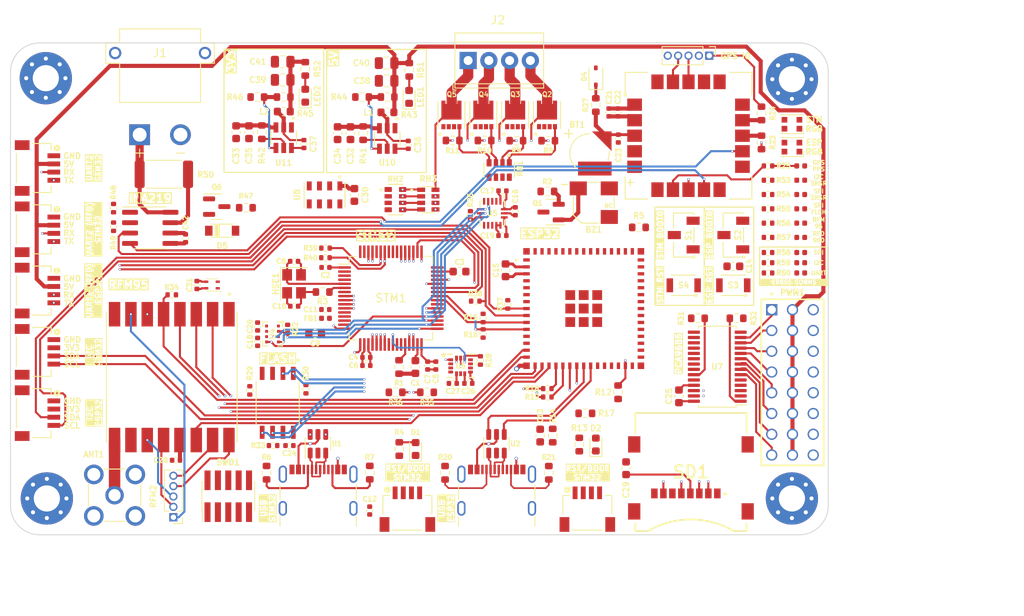
<source format=kicad_pcb>
(kicad_pcb (version 20221018) (generator pcbnew)
  (layers (0 "F.Cu" signal) (1 "In1.Cu" signal) (2 "In2.Cu" signal) (31 "B.Cu" signal) (34 "B.Paste" user) (35 "F.Paste" user) (36 "B.SilkS" user "B.Silkscreen") (37 "F.SilkS" user "F.Silkscreen") (38 "B.Mask" user) (39 "F.Mask" user) (44 "Edge.Cuts" user))
  (net 0 "")
  (net 1 "RFM95W_ANT")
  (net 2 "GND")
  (net 3 "GPS_VBCKP")
  (net 4 "3.3V")
  (net 5 "Net-(STM1-VCAP_1)")
  (net 6 "Net-(STM1-VCAP_2)")
  (net 7 "STM32-HSE_IN")
  (net 8 "F405_VDDA")
  (net 9 "Net-(C10-Pad1)")
  (net 10 "STM32-NRST")
  (net 11 "ESP32-GPIO0")
  (net 12 "ESP32-EN")
  (net 13 "VIN")
  (net 14 "Net-(U10-VBST)")
  (net 15 "Net-(U10-SW)")
  (net 16 "Net-(U11-VBST)")
  (net 17 "Net-(U11-SW)")
  (net 18 "5V")
  (net 19 "Net-(D1-A)")
  (net 20 "Net-(D2-A)")
  (net 21 "Net-(D3-A)")
  (net 22 "Net-(D4-K)")
  (net 23 "VBUS")
  (net 26 "ESP32-I2C1_SDA")
  (net 27 "ESP32-I2C1_SCL")
  (net 28 "ESP32-I2C2_SDA")
  (net 29 "ESP32-I2C2_SCL")
  (net 31 "ESP32-SPI1_CS0")
  (net 32 "ESP32-SPI1_MOSI")
  (net 33 "ESP32-SPI1_SCK")
  (net 34 "ESP32-SPI1_MISO")
  (net 36 "ESP32-TX2")
  (net 37 "ESP32-RX2")
  (net 38 "ESP32-TX1")
  (net 39 "ESP32-RX1")
  (net 40 "ESP32-USB_D-")
  (net 41 "ESP32-USB_D+")
  (net 44 "ESP32-SPI2_CS0")
  (net 45 "ESP32-SPI2_MOSI")
  (net 46 "ESP32-SPI2_SCK")
  (net 47 "ESP32-SPI2_MISO")
  (net 50 "STM32-I2C2_SDA")
  (net 51 "STM32-I2C2_SCL")
  (net 52 "INA219_IN+")
  (net 53 "Net-(LED1-A)")
  (net 54 "Net-(LED2-A)")
  (net 55 "PWM0")
  (net 56 "PWM1")
  (net 57 "PWM2")
  (net 58 "PWM3")
  (net 59 "PWM4")
  (net 60 "PWM5")
  (net 61 "PWM6")
  (net 62 "PWM7")
  (net 63 "Net-(Q1-B)")
  (net 64 "Net-(Q2-G)")
  (net 65 "Net-(Q3-G)")
  (net 66 "Net-(Q4-G)")
  (net 67 "Net-(Q5-G)")
  (net 68 "INA219_IN-")
  (net 69 "Net-(STM1-PB2)")
  (net 70 "BUZZ_IN")
  (net 71 "STM32-HSE_OUT")
  (net 72 "STM32-BOOT0")
  (net 73 "Net-(R5-Pad2)")
  (net 74 "Net-(USB1-CC1)")
  (net 75 "Net-(USB1-CC2)")
  (net 76 "PYRO_A")
  (net 77 "PYRO_B")
  (net 78 "PYRO_C")
  (net 79 "PYRO_D")
  (net 80 "STM32-UART3_RX")
  (net 81 "STM32-UART3_TX")
  (net 82 "Net-(USB2-CC1)")
  (net 83 "Net-(USB2-CC2)")
  (net 84 "DPS310_CSB")
  (net 85 "GPS_TX")
  (net 86 "Net-(U3-TXD)")
  (net 87 "Net-(U3-RXD)")
  (net 88 "GPS_RX")
  (net 89 "PULSE")
  (net 90 "H3LIS331DL_CS")
  (net 91 "LSM6DSO32TR_CS")
  (net 92 "FLASH_WP")
  (net 93 "FLASH_CS")
  (net 94 "Net-(U7-~{OE})")
  (net 95 "Net-(U7-A0)")
  (net 96 "FLASH_HOLD")
  (net 97 "GPS_SDA")
  (net 98 "GPS_SCL")
  (net 99 "Net-(U10-EN)")
  (net 100 "Net-(U11-EN)")
  (net 101 "Net-(U10-VFB)")
  (net 102 "Net-(U11-VFB)")
  (net 103 "Net-(U12-A1)")
  (net 104 "Net-(U12-A0)")
  (net 105 "RFM95W_RST")
  (net 106 "RFM95W_DI4")
  (net 107 "RFM95W_DI3")
  (net 108 "RFM95W_DI0")
  (net 109 "RFM95W_DI1")
  (net 110 "RFM95W_DI2")
  (net 112 "STM32-RGB_IN")
  (net 114 "ESP32-RGB_IN")
  (net 115 "V-TERM_D")
  (net 116 "V-TERM_C")
  (net 117 "V-TERM_B")
  (net 118 "V-TERM_A")
  (net 119 "PYRO-TERM_A")
  (net 120 "PYRO-TERM_B")
  (net 121 "PYRO-TERM_C")
  (net 122 "PYRO-TERM_D")
  (net 126 "SD_CS")
  (net 127 "DPS310_SDI{slash}SDA")
  (net 128 "DPS310_SCK")
  (net 129 "DPS310_SDO")
  (net 134 "STM32-UART2_TX")
  (net 135 "STM32-UART2_RX")
  (net 136 "FLASH_CLK")
  (net 137 "FLASH_SDI")
  (net 138 "FLASH_SDO")
  (net 143 "STM32-UART1_TX")
  (net 144 "STM32-UART1_RX")
  (net 145 "STM32_USB_D-")
  (net 146 "STM32_USB_D+")
  (net 147 "STM32-SWDIO")
  (net 148 "STM32-SWCLK")
  (net 153 "USB1_D-")
  (net 154 "USB1_D+")
  (net 155 "USB2_D-")
  (net 156 "USB2_D+")
  (net 157 "GPS_SAFE")
  (net 158 "GPS_RST")
  (net 159 "GPS_INT")
  (net 160 "H3LIS331DL_INT2")
  (net 161 "H3LIS331DL_INT1")
  (net 162 "LSM6DSO32TR_SDx")
  (net 163 "LSM6DSO32TR_SCx")
  (net 164 "LSM6DSO32TR_INT1")
  (net 165 "LSM6DSO32TR_INT2")
  (net 177 "Net-(Q1-C)")
  (net 178 "RFM95W_DI5")
  (net 179 "unconnected-(STM1-PC13-Pad2)")
  (net 180 "unconnected-(STM1-PC14-Pad3)")
  (net 181 "Net-(D6-A)")
  (net 182 "Net-(D7-A)")
  (net 183 "Net-(D8-A)")
  (net 184 "Net-(D9-A)")
  (net 185 "Net-(D10-A)")
  (net 186 "Net-(D11-A)")
  (net 187 "Net-(D12-A)")
  (net 188 "Net-(D13-A)")
  (net 189 "CROSS_UART")
  (net 190 "CROSS_I2C")
  (net 191 "CROSS_SPI")
  (net 192 "I2C-1_STM32")
  (net 193 "SPI-1_STM32")
  (net 194 "SPI-2_STM32")
  (net 198 "RFD_900")
  (net 199 "SPI-1_ESP32")
  (footprint "Resistor_SMD:R_0603_1608Metric" (layer "F.Cu") (at 151.4225 121.6575 -90)
    (fp_text reference "R20")
    (fp_text value "5.1k")
  )
  (footprint "SM04B-SRSS-TB_LF__SN_:JST_SM04B-SRSS-TB(LF)(SN)" (layer "F.Cu") (at 168.835 124.1075)
    (fp_text reference "RST-BOOT-ESP1" hide)
    (fp_text value "SM04B-SRSS-TB(LF)(SN)")
  )
  (footprint "TPS562201DDCR:SOT95P280X110-6N" (layer "F.Cu") (at 131.675 80.6475 -90)
    (fp_text reference "U11")
    (fp_text value "TPS562201DDCR")
  )
  (footprint "Resistor_SMD:R_0603_1608Metric" (layer "F.Cu") (at 128.45 75.6725 180)
    (fp_text reference "R46")
    (fp_text value "10k")
  )
  (footprint "Capacitor_SMD:C_0603_1608Metric" (layer "F.Cu") (at 158.825 96.875 90)
    (fp_text reference "C15")
    (fp_text value "10uF")
  )
  (footprint "Resistor_SMD:R_0603_1608Metric" (layer "F.Cu") (at 134.3125 72.2225 -90)
    (fp_text reference "R52")
    (fp_text value "240")
  )
  (footprint "Resistor_SMD:R_0603_1608Metric" (layer "F.Cu") (at 164.6 117.1 90)
    (fp_text reference "R14")
    (fp_text value "10k")
  )
  (footprint "TSW-108-07-G-T:SAMTEC_TSW-108-07-G-T" (layer "F.Cu") (at 193.9425 110.5925 -90)
    (fp_text reference "PWM1")
    (fp_text value "TSW-108-07-G-T")
  )
  (footprint "LED_SMD:LED_0402_1005Metric" (layer "F.Cu") (at 194.95 89.35 180)
    (fp_text reference "D8" hide)
    (fp_text value "LED")
  )
  (footprint "Diode_SMD:D_SOD-323" (layer "F.Cu") (at 169.875 73.15 90)
    (fp_text reference "D4")
    (fp_text value "0.5A/40V/420mV")
  )
  (footprint "Capacitor_SMD:C_0402_1005Metric" (layer "F.Cu") (at 141.7925 107.5325 180)
    (fp_text reference "C4")
    (fp_text value "100nF")
  )
  (footprint "Resistor_SMD:R_0603_1608Metric" (layer "F.Cu") (at 190.15 81.225 90)
    (fp_text reference "R23")
    (fp_text value "470")
  )
  (footprint "Capacitor_SMD:C_0805_2012Metric" (layer "F.Cu") (at 144.27 73.69 180)
    (fp_text reference "C38")
    (fp_text value "22uF")
  )
  (footprint "Capacitor_SMD:C_0402_1005Metric" (layer "F.Cu") (at 136.775 101.675 180)
    (fp_text reference "C11")
    (fp_text value "100nF")
  )
  (footprint "Resistor_SMD:R_0402_1005Metric" (layer "F.Cu") (at 190.95 92.85 180)
    (fp_text reference "R57")
    (fp_text value "2.2k")
  )
  (footprint "Resistor_SMD:R_0402_1005Metric" (layer "F.Cu") (at 110.85 89.265 90)
    (fp_text reference "R48")
    (fp_text value "10k")
  )
  (footprint "H3LIS331DL:QFN300X300X100-16N" (layer "F.Cu") (at 157.2 89.9 -90)
    (fp_text reference "U5")
    (fp_text value "H3LIS331DL")
  )
  (footprint "5-1814832-1:TE_5-1814832-1" (layer "F.Cu") (at 110.975 124.4)
    (fp_text reference "ANT1")
    (fp_text value "5-1814832-1")
  )
  (footprint "Capacitor_SMD:C_0402_1005Metric" (layer "F.Cu") (at 132.375 118.325 180)
    (fp_text reference "C24")
    (fp_text value "10uF")
  )
  (footprint "Resistor_SMD:R_0603_1608Metric" (layer "F.Cu") (at 167.85 118.2 -90)
    (fp_text reference "R13")
    (fp_text value "R")
  )
  (footprint "SM04B-SRSS-TB_LF__SN_:JST_SM04B-SRSS-TB(LF)(SN)" (layer "F.Cu") (at 103.5425 91.8575 -90)
    (fp_text reference "UART1-RFD-STM1" hide)
    (fp_text value "SM04B-SRSS-TB(LF)(SN)")
  )
  (footprint "Resistor_SMD:R_0402_1005Metric" (layer "F.Cu") (at 190.95 95.95 180)
    (fp_text reference "R59")
    (fp_text value "2.2k")
  )
  (footprint "Capacitor_SMD:C_0402_1005Metric" (layer "F.Cu") (at 142.2 126.28 -90)
    (fp_text reference "C12")
    (fp_text value "100nF")
  )
  (footprint "Capacitor_SMD:C_0603_1608Metric" (layer "F.Cu") (at 125.85 79.9725 -90)
    (fp_text reference "C33")
    (fp_text value "10uF")
  )
  (footprint "LED_SMD:LED_0402_1005Metric" (layer "F.Cu") (at 194.95 95.95 180)
    (fp_text reference "D12" hide)
    (fp_text value "LED")
  )
  (footprint "TerminalBlock_TE-Connectivity:TerminalBlock_TE_282834-4_1x04_P2.54mm_Horizontal" (layer "F.Cu") (at 154.245 71.2)
    (fp_text reference "J2")
    (fp_text value "Screw_Terminal_01x04")
  )
  (footprint "Resistor_SMD:R_0603_1608Metric" (layer "F.Cu") (at 152.35 80.9875 180)
    (fp_text reference "R11")
    (fp_text value "330")
  )
  (footprint "Resistor_SMD:R_2512_6332Metric" (layer "F.Cu") (at 117.005 85.125)
    (fp_text reference "R50")
    (fp_text value "0.01")
  )
  (footprint "Package_TO_SOT_SMD:SOT-23" (layer "F.Cu") (at 123.48 89.0825)
    (fp_text reference "Q6")
    (fp_text value "PNP")
  )
  (footprint "SM04B-SRSS-TB_LF__SN_:JST_SM04B-SRSS-TB(LF)(SN)" (layer "F.Cu") (at 103.5425 99.3575 -90)
    (fp_text reference "UART1-RFD-ESP1" hide)
    (fp_text value "SM04B-SRSS-TB(LF)(SN)")
  )
  (footprint "Resistor_SMD:R_0402_1005Metric" (layer "F.Cu") (at 134.4 111.425 90)
    (fp_text reference "R30")
    (fp_text value "10k")
  )
  (footprint "Resistor_SMD:R_0603_1608Metric" (layer "F.Cu") (at 156.258 80.9875 180)
    (fp_text reference "R10")
    (fp_text value "330")
  )
  (footprint "TPS562201DDCR:SOT95P280X110-6N" (layer "F.Cu") (at 144.345 80.7425 -90)
    (fp_text reference "U10")
    (fp_text value "TPS562201DDCR")
  )
  (footprint "Capacitor_SMD:C_0805_2012Metric" (layer "F.Cu") (at 144.27 71.515 180)
    (fp_text reference "C40")
    (fp_text value "22uF")
  )
  (footprint "Resistor_SMD:R_0603_1608Metric" (layer "F.Cu") (at 136.4425 99.5325 180)
    (fp_text reference "R3")
    (fp_text value "620")
  )
  (footprint "Resistor_SMD:R_0603_1608Metric" (layer "F.Cu") (at 160.15 81.0125 180)
    (fp_text reference "R9")
    (fp_text value "330")
  )
  (footprint "Resistor_SMD:R_0603_1608Metric" (layer "F.Cu") (at 163.95 87.225 180)
    (fp_text reference "R2")
    (fp_text value "1k")
  )
  (footprint "Resistor_SMD:R_0603_1608Metric" (layer "F.Cu") (at 147.04 72.3375 -90)
    (fp_text reference "R51")
    (fp_text value "560")
  )
  (footprint "RFM95W-915S2:XCVR_RFM95W-915S2" (layer "F.Cu") (at 117.975 109.95 -90)
    (fp_text reference "RFM1" hide)
    (fp_text value "RFM95W-915S2")
  )
  (footprint "Capacitor_SMD:C_0402_1005Metric" (layer "F.Cu") (at 160.02 89.65 90)
    (fp_text reference "C16")
    (fp_text value "100nF")
  )
  (footprint "CJS-1200TA:SW_CJS-1200TA" (layer "F.Cu") (at 180.63 92.5625 90)
    (fp_text reference "S1")
    (fp_text value "CJS-1200TA")
  )
  (footprint "Resistor_SMD:R_0402_1005Metric" (layer "F.Cu") (at 155.74701 107.91 90)
    (fp_text reference "R28")
    (fp_text value "10k")
  )
  (footprint "Capacitor_SMD:C_0603_1608Metric" (layer "F.Cu") (at 138.27 80.09 -90)
    (fp_text reference "C34")
    (fp_text value "10uF")
  )
  (footprint "Resistor_SMD:R_0402_1005Metric" (layer "F.Cu") (at 159.1 101.05 90)
    (fp_text reference "R37")
    (fp_text value "10k")
  )
  (footprint "Resistor_SMD:R_0603_1608Metric" (layer "F.Cu") (at 168.5925 114.3825 180)
    (fp_text reference "R17")
    (fp_text value "10k")
  )
  (footprint "Resistor_SMD:R_0603_1608Metric" (layer "F.Cu") (at 129.575 121.6475 -90)
    (fp_text reference "R6")
    (fp_text value "5.1k")
  )
  (footprint "Capacitor_SMD:C_0402_1005Metric" (layer "F.Cu") (at 146.92 81.52 90)
    (fp_text reference "C36")
    (fp_text value "100nF")
  )
  (footprint "CSD17575Q3:TRANS_CSD17308Q3" (layer "F.Cu") (at 156.108 77.865 90)
    (fp_text reference "Q4")
    (fp_text value "CSD17575Q3")
  )
  (footprint "Capacitor_SMD:C_0402_1005Metric" (layer "F.Cu") (at 158.445 92.625 180)
    (fp_text reference "C19")
    (fp_text value "100nF")
  )
  (footprint "SM04B-SRSS-TB_LF__SN_:JST_SM04B-SRSS-TB(LF)(SN)" (layer "F.Cu") (at 103.5425 106.8575 -90)
    (fp_text reference "I2C-STM1" hide)
    (fp_text value "SM04B-SRSS-TB(LF)(SN)")
  )
  (footprint "Package_SO:SOIC-8_3.9x4.9mm_P1.27mm" (layer "F.Cu") (at 115.3425 91.6825)
    (fp_text reference "U12" hide)
    (fp_text value "INA219AxD")
  )
  (footprint "MountingHole:MountingHole_3.2mm_M3_Pad_Via" (layer "F.Cu") (at 193.874028 124.799028)
    (fp_text reference "REF**" hide)
    (fp_text value "MountingHole_3.2mm_M3_Pad_Via" hide)
  )
  (footprint "Capacitor_SMD:C_0603_1608Metric" (layer "F.Cu") (at 153.1925 97.0325)
    (fp_text reference "C3")
    (fp_text value "2.2uF")
  )
  (footprint "LSM6DSO32TR:LGA-14L_2P5X3X0P83_STM" (layer "F.Cu") (at 153.325 108.575)
    (fp_text reference "U6")
    (fp_text value "LSM6DSO32TR")
  )
  (footprint "LED_SMD:LED_0603_1608Metric" (layer "F.Cu") (at 147.02 75.6525 90)
    (fp_text reference "LED1")
    (fp_text value "R")
  )
  (footprint "Resistor_SMD:R_0603_1608Metric" (layer "F.Cu") (at 131.675 75.6725 180)
    (fp_text reference "R45")
    (fp_text value "33.2k")
  )
  (footprint "Capacitor_SMD:C_0402_1005Metric" (layer "F.Cu") (at 132.95 95.775 180)
    (fp_text reference "C8")
    (fp_text value "10pF")
  )
  (footprint "Capacitor_SMD:C_0603_1608Metric" (layer "F.Cu") (at 139.845 80.09 -90)
    (fp_text reference "C32")
    (fp_text value "10uF")
  )
  (footprint "Capacitor_SMD:C_0402_1005Metric" (layer "F.Cu") (at 154.27 110.7187 180)
    (fp_text reference "C26")
    (fp_text value "100nF")
  )
  (footprint "Resistor_SMD:R_0603_1608Metric" (layer "F.Cu") (at 182.375 102.75 180)
    (fp_text reference "R31")
    (fp_text value "10k")
  )
  (footprint "Package_SO:TSSOP-28_4.4x9.7mm_P0.65mm" (layer "F.Cu") (at 184.7375 108.675 180)
    (fp_text reference "U7")
    (fp_text value "PCA9685PW")
  )
  (footprint "LED_SMD:LED_0402_1005Metric" (layer "F.Cu") (at 194.95 91.1 180)
    (fp_text reference "D9" hide)
    (fp_text value "LED")
  )
  (footprint "Resistor_SMD:R_0603_1608Metric" (layer "F.Cu") (at 187.1 102.75)
    (fp_text reference "R32")
    (fp_text value "10k")
  )
  (footprint "Capacitor_SMD:C_0603_1608Metric" (layer "F.Cu") (at 147.7925 108.7075 -90)
    (fp_text reference "C1")
    (fp_text value "2.2uF")
  )
  (footprint "Capacitor_SMD:C_0603_1608Metric" (layer "F.Cu") (at 135.525 104.625 180)
    (fp_text reference "C9")
    (fp_text value "1uF")
  )
  (footprint "Connector_PinHeader_1.27mm:PinHeader_1x05_P1.27mm_Vertical" (layer "F.Cu") (at 183.7575 70.6075 -90)
    (fp_text reference "RFM3" hide)
    (fp_text value "Conn_01x05_Pin")
  )
  (footprint "Capacitor_SMD:C_0402_1005Metric" (layer "F.Cu") (at 150.2925 108.5325 -90)
    (fp_text reference "C5")
    (fp_text value "100nF")
  )
  (footprint "SM04B-SRSS-TB_LF__SN_:JST_SM04B-SRSS-TB(LF)(SN)" (layer "F.Cu") (at 146.81 124.1075)
    (fp_text reference "RST-BOOT-STM1" hide)
    (fp_text value "SM04B-SRSS-TB(LF)(SN)")
  )
  (footprint "LED_SMD:LED_0603_1608Metric" (layer "F.Cu") (at 134.3125 75.51 90)
    (fp_text reference "LED2")
    (fp_text value "R")
  )
  (footprint "Resistor_SMD:R_0402_1005Metric" (layer "F.Cu") (at 156.08 104.6075 -90)
    (fp_text reference "R16")
    (fp_text value "4.7k")
  )
  (footprint "Resistor_SMD:R_0603_1608Metric" (layer "F.Cu") (at 169.875 76.65 90)
    (fp_text reference "R27")
    (fp_text value "3.3k")
  )
  (footprint "SAM-M10Q-00B:XCVR_SAM-M10Q-00B" (layer "F.Cu") (at 181.2175 80.4075)
    (fp_text reference "U3" hide)
    (fp_text value "SAM-M10Q-00B")
  )
  (footprint "Capacitor_SMD:C_0805_2012Metric" (layer "F.Cu") (at 131.55 71.3475 180)
    (fp_text reference "C41")
    (fp_text value "22uF")
  )
  (footprint "Capacitor_SMD:C_0402_1005Metric" (layer "F.Cu") (at 118.5 120.125 180)
    (fp_text reference "C28")
    (fp_text value "100nF")
  )
  (footprint "Capacitor_SMD:C_0402_1005Metric" (layer "F.Cu") (at 172.625 80.75 -90)
    (fp_text reference "C23")
    (fp_text value "100nF")
  )
  (footprint "DPS310:XDCR_DPS310" (layer "F.Cu") (at 130.30575 104.66925 -90)
    (fp_text reference "U4")
    (fp_text value "DPS310")
  )
  (footprint "Resistor_SMD:R_0402_1005Metric" (layer "F.Cu") (at 190.95 89.35 180)
    (fp_text reference "R55")
    (fp_text value "2.2k")
  )
  (footprint "Resistor_SMD:R_0402_1005Metric" (layer "F.Cu") (at 156.08 102.7125 90)
    (fp_text reference "R15")
    (fp_text value "4.7k")
  )
  (footprint "CSD17575Q3:TRANS_CSD17308Q3" (layer "F.Cu") (at 152.2 77.865 90)
    (fp_text reference "Q5")
    (fp_text value "CSD17575Q3")
  )
  (footprint "CJS-1200TA:SW_CJS-1200TA" (layer "F.Cu") (at 186.705 92.5625 90)
    (fp_text reference "S2")
    (fp_text value "CJS-1200TA")
  )
  (footprint "Package_QFP:LQFP-64_10x10mm_P0.5mm" (layer "F.Cu") (at 144.7925 100.2825)
    (fp_text reference "STM1")
    (fp_text value "STM32F405RGTx")
  )
  (footprint "Resistor_SMD:R_0603_1608Metric" (layer "F.Cu") (at 142.21 121.6375 90)
    (fp_text reference "R7")
    (fp_text value "5.1k")
  )
  (footprint "ML414H_IV01E:SEIKO_ML414H_IV01E" (layer "F.Cu") (at 169.1 82.575)
    (fp_text reference "BT1")
    (fp_text value "Battery_Cell")
  )
  (footprint "B3U-1000P:SW_B3U-1000P" (layer "F.Cu") (at 180.63 98.7125 180)
    (fp_text reference "S4")
    (fp_text value "B3U-1000P")
  )
  (footprint "MS860702BA01-50:TE_MS860702BA01-50" (layer "F.Cu") (at 136.675 87.65 -90)
    (fp_text reference "U8")
    (fp_text value "MS860702BA01-50")
  )
  (footprint "Resistor_SMD:R_0402_1005Metric" (layer "F.Cu") (at 127.525 111.575 -90)
    (fp_text reference "R29")
    (fp_text value "10k")
  )
  (footprint "LED_SMD:LED_0402_1005Metric" (layer "F.Cu") (at 194.95 87.6 180)
    (fp_text reference "D7" hide)
    (fp_text value "LED")
  )
  (footprint "Capacitor_SMD:C_0402_1005Metric" (layer "F.Cu") (at 134.15 81.4225 90)
    (fp_text reference "C37")
    (fp_text value "100nF")
  )
  (footprint "Connector_PinHeader_1.27mm:PinHeader_1x05_P1.27mm_Vertical" (layer "F.Cu") (at 118.175 127.1 180)
    (fp_text reference "RFM2")
    (fp_text value "Conn_01x05_Pin")
  )
  (footprint "LED_SMD:LED_WS2812B-2020_PLCC4_2.0x2.0mm" (layer "F.Cu") (at 193.875 81.8 180)
    (fp_text reference "RGB2" hide)
    (fp_text value "WS2812B-2020")
  )
  (footprint "SHT45-AD1B-R2:SHT4X" (layer "F.Cu") (at 122.9 98.675 180)
    (fp_text reference "U9" hide)
    (fp_text value "SHT45-AD1B-R2")
  )
  (footprint "Resistor_SMD:R_0603_1608Metric" (layer "F.Cu") (at 144.395 75.67 180)
    (fp_text reference "R43")
    (fp_text value "54.9k")
  )
  (footprint "LED_SMD:LED_0402_1005Metric" (layer "F.Cu") (at 194.95 84.1 180)
    (fp_text reference "D3" hide)
    (fp_text value "LED")
  )
  (footprint "Resistor_SMD:R_0603_1608Metric" (layer "F.Cu") (at 164.1225 121.6575 90)
    (fp_text reference "R21")
    (fp_text value "5.1k")
  )
  (footprint "MountingHole:MountingHole_3.2mm_M3_Pad_Via" (layer "F.Cu") (at 102.561028 73.364028)
    (fp_text reference "REF**" hide)
    (fp_text value "MountingHole_3.2mm_M3_Pad_Via" hide)
  )
  (footprint "YC164-JR-0710KL:RESCAXE80P320X160X70-8N" (layer "F.Cu") (at 158.05 84.6 -90)
    (fp_text reference "RN1")
    (fp_text value "10k")
  )
  (footprint "Resistor_SMD:R_0402_1005Metric" (layer "F.Cu") (at 132.15575 104.05925 -90)
    (fp_text reference "R22")
    (fp_text value "10k")
  )
  (footprint "Capacitor_SMD:C_0402_1005Metric" (layer "F.Cu") (at 152.37 110.7187 180)
    (fp_text reference "C27")
    (fp_text value "100nF")
  )
  (footprint "SM04B-SRSS-TB_LF__SN_:JST_SM04B-SRSS-TB(LF)(SN)" (layer "F.Cu") (at 103.5425 84.3575 -90)
    (fp_text reference "UART2-STM1" hide)
    (fp_text value "SM04B-SRSS-TB(LF)(SN)")
  )
  (footprint "Capacitor_SMD:C_0402_1005Metric" (layer "F.Cu") (at 149.2925 108.5325 -90)
    (fp_text reference "C7")
    (fp_text value "100nF")
  )
  (footprint "CSS-0575A-SMT:CUI_CSS-0575A-SMT" (layer "F.Cu") (at 169.625 88.6 180)
    (fp_text reference "BZ1")
    (fp_text value "CSS-0575A-SMT")
  )
  (footprint "Crystal:Crystal_SMD_Abracon_ABM8G-4Pin_3.2x2.5mm" (layer "F.Cu") (at 132.9425 98.5325 -90)
    (fp_text reference "HSE1")
    (fp_text value "25MHz")
  )
  (footprint "Resistor_SMD:R_0603_1608Metric" (layer "F.Cu") (at 175.15 91.625)
    (fp_text reference "R5")
    (fp_text value "10k")
  )
  (footprint "Capacitor_SMD:C_0402_1005Metric" (layer "F.Cu") (at 158.445 87.15)
    (fp_text reference "C17")
    (fp_text value "100nF")
  )
  (footprint "Resistor_SMD:R_0402_1005Metric" (layer "F.Cu") (at 136.7825 95.3325 180)
    (fp_text reference "R40")
    (fp_text value "4.7k")
  )
  (footprint "LED_SMD:LED_0402_1005Metric" (layer "F.Cu") (at 194.95 85.85 180)
    (fp_text reference "D6" hide)
    (fp_text value "LED")
  )
  (footprint "Resistor_SMD:R_0402_1005Metric" (layer "F.Cu") (at 190.95 84.1 180)
    (fp_text reference "R25")
    (fp_text value "2.2k")
  )
  (footprint "Capacitor_SMD:C_0603_1608Metric" (layer "F.Cu") (at 186.7075 96.3875)
    (fp_text reference "C14")
    (fp_text value "1uF")
  )
  (footprint "Connector_USB:USB_C_Receptacle_GCT_USB4105-xx-A_16P_TopMnt_Horizontal" (layer "F.Cu") (at 157.7425 124.9325)
    (fp_text reference "USB2" hide)
    (fp_text value "USB_C_Receptacle_USB2.0")
  )
  (footprint "Resistor_SMD:R_0603_1608Metric" (layer "F.Cu") (at 145.7925 108.7075 90)
    (fp_text reference "R1")
    (fp_text value "10k")
  )
  (footprint "LED_SMD:LED_0603_1608Metric" (layer "F.Cu") (at 169.875 118.2 90)
    (fp_text reference "D2")
    (fp_text value "G")
  )
  (footprint "Resistor_SMD:R_0402_1005Metric" (layer "F.Cu") (at 163.9425 112.3825)
    (fp_text reference "R19")
    (fp_text value "10")
  )
  (footprint "Capacitor_SMD:C_0805_2012Metric" (layer "F.Cu") (at 131.55 73.5725 180)
    (fp_text reference "C39")
    (fp_text value "22uF")
  )
  (footprint "B5819W-TP:SOD3716X135N" (layer "F.Cu") (at 124.1425 92.0325)
    (fp_text reference "D5")
    (fp_text value "B5819W-TP")
  )
  (footprint "Resistor_SMD:R_0402_1005Metric" (layer "F.Cu") (at 154.525 90.15 -90)
    (fp_text reference "R26")
    (fp_text value "10k")
  )
  (footprint "Capacitor_SMD:C_0603_1608Metric" (layer "F.Cu") (at 127.425 79.9725 -90)
    (fp_text reference "C35")
    (fp_text value "10uF")
  )
  (footprint "W25Q128JVSIQ:SOIC127P790X216-8N" (layer "F.Cu") (at 130.945 113.095 -90)
    (fp_text reference "W25Q1" hide)
    (fp_text value "W25Q128JVSIQ")
  )
  (footprint "Capacitor_SMD:C_0402_1005Metric" (layer "F.Cu") (at 119.6675 92.9575 90)
    (fp_text reference "C42")
    (fp_text value "100nF")
  )
  (footprint "Resistor_SMD:R_0402_1005Metric" (layer "F.Cu") (at 190.95 91.1 180)
    (fp_text reference "R56")
    (fp_text value "2.2k")
  )
  (footprint "Resistor_SMD:R_0603_1608Metric" (layer "F.Cu") (at 127.05 89.225)
    (fp_text reference "R47")
    (fp_text value "100k")
  )
  (footprint "742C083274JP:RESCAV80P320X160X70-8N" (layer "F.Cu") (at 149.375 88.225 -90)
    (fp_text reference "RN3")
    (fp_text value "270k")
  )
  (footprint "Capacitor_SMD:C_0402_1005Metric" (layer "F.Cu") (at 121.05 98.675 -90)
    (fp_text reference "C31")
    (fp_text value "100nF")
  )
  (footprint "Resistor_SMD:R_0603_1608Metric" (layer "F.Cu") (at 149.2175 111.8075)
    (fp_text reference "R35")
    (fp_text value "10k")
  )
  (footprint "Capacitor_SMD:C_0603_1608Metric" (layer "F.Cu") (at 163.065 117.1 90)
    (fp_text reference "C13")
    (fp_text value "1uF")
  )
  (footprint "Capacitor_SMD:C_0603_1608Metric" (layer "F.Cu") (at 140.325 87.65 -90)
    (fp_text reference "C30")
    (fp_text value "220nF")
  )
  (footprint "Connector_PinHeader_1.27mm:PinHeader_2x05_P1.27mm_Vertical_SMD" (layer "F.Cu") (at 124.89 124.525 90)
    (fp_text reference "SWD1")
    (fp_text value "Conn_02x05_Odd_Even")
  )
  (footprint "Package_TO_SOT_SMD:SOT-23-6" (layer "F.Cu") (at 135.865 118.1075 90)
    (fp_text reference "U1")
    (fp_text value "USBLC6-2SC6")
  )
  (footprint "ESP32S3MINI1UN8:ESP32S3MINI1UN8" (layer "F.Cu") (at 168.3925 101.5575)
    (fp_text reference "ESP1" hide)
    (fp_text value "ESP32-S3-MINI-1U-N8" hide)
  )
  (footprint "Resistor_SMD:R_0603_1608Metric" (layer "F.Cu") (at 141.27 75.67 180)
    (fp_text reference "R44")
    (fp_text value "10k")
  )
  (footprint "Capacitor_SMD:C_0603_1608Metric" (layer "F.Cu") (at 180.05 112.3 90)
    (fp_text reference "C25")
    (fp_text value "10uF")
  )
  (footprint "Resistor_SMD:R_0402_1005Metric" (layer "F.Cu") (at 110.85 91.54 -90)
    (fp_text reference "R49")
    (fp_text value "10k")
  )
  (footprint "CSD17575Q3:TRANS_CSD17308Q3" (layer "F.Cu") (at 160 77.8625 90)
    (fp_text reference "Q3")
    (fp_text value "CSD17575Q3")
  )
  (footprint "Inductor_SMD:L_0603_1608Metric" (layer "F.Cu") (at 131.6875 77.4475)
    (fp_text reference "L2")
    (fp_text value "3.9uH")
  )
  (footprint "Resistor_SMD:R_0603_1608Metric" (layer "F.Cu") (at 141.395 80.09 -90)
    (fp_text reference "R41")
    (fp_text value "100k")
  )
  (footprint "Resistor_SMD:R_0603_1608Metric" (layer "F.Cu") (at 164.05 81.0125 180)
    (fp_text reference "R8")
    (fp_text value "330")
  )
  (footprint "Resistor_SMD:R_0603_1608Metric" (layer "F.Cu") (at 145.3675 111.8075 180)
    (fp_text reference "R36")
    (fp_text value "10k")
  )
  (footprint "Resistor_SMD:R_0402_1005Metric" (layer "F.Cu") (at 136.7925 94.1575 180)
    (fp_text reference "R39")
    (fp_text value "4.7k")
  )
  (footprint "LED_SMD:LED_WS2812B-2020_PLCC4_2.0x2.0mm" (layer "F.Cu") (at 193.875 79 180)
    (fp_text reference "RGB1" hide)
    (fp_text value "WS2812B-2020")
  )
  (footprint "Resistor_SMD:R_0402_1005Metric" (layer "F.Cu") (at 130.375 118.325)
    (fp_text reference "R33")
    (fp_text value "10k")
  )
  (footprint "CSD17575Q3:TRANS_CSD17308Q3" (layer "F.Cu") (at 163.9 77.8625 90)
    (fp_text reference "Q2")
    (fp_text value "CSD17575Q3")
  )
  (footprint "Inductor_SMD:L_0603_1608Metric" (layer "F.Cu") (at 144.37 77.545)
    (fp_text reference "L1")
    (fp_text value "3.9uH")
  )
  (footprint "LED_SMD:LED_0402_1005Metric" (layer "F.Cu") (at 194.95 97.2 180)
    (fp_text reference "D13" hide)
    (fp_text value "LED")
  )
  (footprint "Capacitor_SMD:C_0402_1005Metric" (layer "F.Cu") (at 171.475 77.555 90)
    (fp_text reference "C21")
    (fp_text value "100nF")
  )
  (footprint "Capacitor_SMD:C_0402_1005Metric" (layer "F.Cu") (at 136.7925 96.525 180)
    (fp_text reference "C2")
    (fp_text value "100nF")
  )
  (footprint "Capacitor_SMD:C_0402_1005Metric" (layer "F.Cu") (at 128.48075 105.63425 -90)
    (fp_text reference "C18")
    (fp_text value "100nF")
  )
  (footprint "MEM2067-02-180-00-A_REVB:GCT_MEM2067-02-180-00-A_REVB" (layer "F.Cu") (at 181.5175 121.5575)
    (fp_text reference "SD1")
    (fp_text value "MEM2067-02-180-00-A_REVB")
  )
  (footprint "YC164-JR-0747KL:RESCAXE80P320X160X70-8N" (layer "F.Cu") (at 145.35 88.225)
    (fp_text reference "RN2")
    (fp_text value "47k")
  )
  (footprint "Package_TO_SOT_SMD:SOT-23-6" (layer "F.Cu") (at 157.7175 118.1075 90)
    (fp_text reference "U2")
    (fp_text value "USBLC6-2SC6")
  )
  (footprint "Capacitor_SMD:C_0402_1005Metric" (layer "F.Cu") (at 132.9625 101.275 180)
    (fp_text reference "C10")
    (fp_text value "10pF")
  )
  (footprint "LED_SMD:LED_0603_1608Metric" (layer "F.Cu") (at 147.81875 118.75 90)
    (fp_text reference "D1")
    (fp_text value "LED")
  )
  (footprint "Inductor_SMD:L_0402_1005Metric" (layer "F.Cu") (at 136.79 102.75 180)
    (fp_text reference "FB1")
    (fp_text value "600Ω")
  )
  (footprint "Capacitor_SMD:C_0402_1005Metric" (layer "F.Cu") (at 172.575 77.555 90)
    (fp_text reference "C22")
    (fp_text value "100nF")
  )
  (footprint "Connector_USB:USB_C_Receptacle_GCT_USB4105-xx-A_16P_TopMnt_Horizontal" (layer "F.Cu") (at 135.89 124.9325)
    (fp_text reference "USB1" hide)
    (fp_text value "USB_C_Receptacle_USB2.0")
  )
  (footprint "Capacitor_SMD:C_0402_1005Metric" (layer "F.Cu") (at 141.7925 108.5325 180)
    (fp_text reference "C6")
    (fp_text value "100nF")
  )
  (footprint "Resistor_SMD:R_0402_1005Metric" (layer "F.Cu") (at 190.95 85.85 180)
    (fp_text reference "R53")
    (fp_text value "2.2k")
  )
  (footprint "LED_SMD:LED_0402_1005Metric" (layer "F.Cu") (at 194.95 94.7 180)
    (fp_text reference "D11" hide)
    (fp_text value "LED")
  )
  (footprint "Resistor_SMD:R_0402_1005Metric" (layer "F.Cu") (at 117.975 99.875 180)
    (fp_text reference "R34")
    (fp_text value "10k")
  )
  (footprint "MountingHole:MountingHole_3.2mm_M3_Pad_Via" (layer "F.Cu") (at 193.874028 73.491028)
    (fp_text reference "REF**" hide)
    (fp_text value "MountingHole_3.2mm_M3_Pad_Via" hide)
  )
  (footprint "Capacitor_SMD:C_0402_1005Metric" (layer "F.Cu") (at 128.48075 103.75425 90)
    (fp_text reference "C20")
    (fp_text value "100nF")
  )
  (footprint "Resistor_SMD:R_0603_1608Metric" (layer "F.Cu") (at 172.6 111.8 90)
    (fp_text reference "R12")
    (fp_text value "10k")
  )
  (footprint "Resistor_SMD:R_0402_1005Metric" (layer "F.Cu") (at 155.125 100.65 180)
    (fp_text reference "R38")
    (fp_text value "10k")
  )
  (footprint "Resistor_SMD:R_0603_1608Metric" (layer "F.Cu") (at 145.81875 118.75 -90)
    (fp_text reference "R4")
    (fp_text value "R")
  )
  (footprint "Resistor_SMD:R_0402_1005Metric" (layer "F.Cu") (at 190.95 97.2 180)
    (fp_text reference "R60")
    (fp_text value "2.2k")
  )
  (footprint "B3U-1000P:SW_B3U-1000P" (layer "F.Cu") (at 186.7 98.7125 180)
    (fp_text reference "S3")
    (fp_text value "B3U-1000P")
  )
  (footprint "SM04B-SRSS-TB_LF__SN_:JST_SM04B-SRSS-TB(LF)(SN)" (layer "F.Cu") (at 103.5425 114.3575 -90)
    (fp_text reference "I2C-ESP1" hide)
    (fp_text value "SM04B-SRSS-TB(LF)(SN)")
  )
  (footprint "LED_SMD:LED_0402_1005Metric" (layer "F.Cu") (at 194.95 92.85 180)
    (fp_text reference "D10" hide)
    (fp_text value "LED")
  )
  (footprint "Capacitor_SMD:C_0603_1608Metric" (layer "F.Cu") (at 173.575 121.1 90)
    (fp_text reference "C29")
    (fp_text value "10uF")
  )
  (footprint "MountingHole:MountingHole_3.2mm_M3_Pad_Via" (layer "F.Cu") (at 102.688028 124.799028)
    (fp_text reference "REF**" hide)
    (fp_text value "MountingHole_3.2mm_M3_Pad_Via" hide)
  )
  (footprint "Resistor_SMD:R_0402_1005Metric" (layer "F.Cu") (at 190.95 94.7 180)
    (fp_text reference "R58")
    (fp_text value "2.2k")
  )
  (footprint "Resistor_SMD:R_0603_1608Metric" (layer "F.Cu") (at 190.15 77.675 90)
    (fp_text reference "R24")
    (fp_text value "470")
  )
  (footprint "Resistor_SMD:R_0402_1005Metric" (layer "F.Cu") (at 190.95 87.6 180)
    (fp_text reference "R54")
    (fp_text value "2.2k")
  )
  (footprint "Resistor_SMD:R_0603_1608Metric" (layer "F.Cu") (at 129 79.9725 -90)
    (fp_text reference "R42")
    (fp_text value "100k")
  )
  (footprint "Resistor_SMD:R_0402_1005Metric" (layer "F.Cu") (at 163.9425 111.3575)
    (fp_text reference "R18")
    (fp_text value "10")
  )
  (footprint "XT30PW-M:AMASS_XT30PW-M" (layer "F.Cu") (at 116.5425 70.2825)
    (fp_text reference "J1")
    (fp_text value "XT30PW-M")
  )
  (footprint "Package_TO_SOT_SMD:SOT-23" (layer "F.Cu") (at 164.4 89.75 180)
    (fp_text reference "Q1")
    (fp_text value "NPN")
  )
  (gr_rect (start 124.37 69.815) (end 136.57 84.89) (stroke (width 0.15)) (fill none) (layer "F.SilkS"))
  (gr_rect (start 183.15 89.1375) (end 189.2 101.1625) (stroke (width 0.15)) (fill none) (layer "F.SilkS"))
  (gr_rect (start 189.925 97.925) (end 191.325 98.725) (stroke (width 0.02)) (fill solid) (layer "F.SilkS"))
  (gr_rect (start 196.9 97.925) (end 198.3 98.725) (stroke (width 0.02)) (fill solid) (layer "F.SilkS"))
  (gr_rect (start 136.92 69.84) (end 149.12 84.915) (stroke (width 0.15)) (fill none) (layer "F.SilkS"))
  (gr_rect (start 189.925 94.025) (end 198.3 98.725) (stroke (width 0.15)) (fill none) (layer "F.SilkS"))
  (gr_rect (start 177.1 89.1375) (end 183.15 101.1625) (stroke (width 0.15)) (fill none) (layer "F.SilkS"))
  (gr_line (start 198.319028 72.602028) (end 198.319028 125.688028) (stroke (width 0.1)) (layer "Edge.Cuts"))
  (gr_arc (start 194.763028 69.046028) (mid 197.277472 70.087568) (end 198.319028 72.602028) (stroke (width 0.1)) (layer "Edge.Cuts"))
  (gr_line (start 98.243028 125.688028) (end 98.240762 72.602029) (stroke (width 0.1)) (layer "Edge.Cuts"))
  (gr_arc (start 198.319028 125.688028) (mid 197.277492 128.202492) (end 194.763028 129.244028) (stroke (width 0.1)) (layer "Edge.Cuts"))
  (gr_arc (start 98.240762 72.602029) (mid 99.328254 70.041439) (end 101.926027 69.046029) (stroke (width 0.1)) (layer "Edge.Cuts"))
  (gr_line (start 194.763028 129.244028) (end 101.799028 129.244028) (stroke (width 0.1)) (layer "Edge.Cuts"))
  (gr_line (start 101.926027 69.046029) (end 194.763028 69.046028) (stroke (width 0.1)) (layer "Edge.Cuts"))
  (gr_arc (start 101.799028 129.244028) (mid 99.284528 128.202511) (end 98.243028 125.688028) (stroke (width 0.1)) (layer "Edge.Cuts"))
  (gr_text "GND\n" (at 105.775 82.875) (layer "F.SilkS") (effects (font (size 0.7 0.7))))
  (gr_text "ESP RST\n" (at 183.8 98.7 90) (layer "F.SilkS" knockout) (effects (font (size 0.7 0.7) (thickness 0.175) bold)))
  (gr_text "STM\nRGB" (at 196.6 79) (layer "F.SilkS") (effects (font (size 0.7 0.7) (thickness 0.17) bold)))
  (gr_text "RST/BOOT\nSTM32" (at 146.8 121.675) (layer "F.SilkS" knockout) (effects (font (size 0.7 0.7) (thickness 0.175) bold)))
  (gr_text "SCL" (at 105.75 108.375) (layer "F.SilkS") (effects (font (size 0.7 0.7))))
  (gr_text "RX" (at 105.4 99.9) (layer "F.SilkS") (effects (font (size 0.7 0.7))))
  (gr_text "RX" (at 105.4 84.875) (layer "F.SilkS") (effects (font (size 0.7 0.7))))
  (gr_text "I2C" (at 197.15 95.95) (layer "F.SilkS") (effects (font (size 0.5 0.5) (thickness 0.125))))
  (gr_text "INA219" (at 115.325 88.075) (layer "F.SilkS" knockout) (effects (font (size 1 1) (thickness 0.225) bold)))
  (gr_text "5V" (at 105.375 83.875) (layer "F.SilkS") (effects (font (size 0.7 0.7))))
  (gr_text "UART2 (RFD)\nESP32\n" (at 108.45 99.35 90) (layer "F.SilkS" knockout) (effects (font (size 0.7 0.7))))
  (gr_text "5V" (at 137.8 70.975 90) (layer "F.SilkS" knockout) (effects (font (size 1 1) (thickness 0.225) bold)))
  (gr_text "ESP BOOT0\n" (at 183.8 92.55 90) (layer "F.SilkS" knockout) (effects (font (size 0.7 0.7) (thickness 0.175) bold)))
  (gr_text "UART2 (RFD)\nSTM32" (at 108.45 91.85 90) (layer "F.SilkS" knockout) (effects (font (size 0.7 0.7))))
  (gr_text "RX" (at 105.4 92.325) (layer "F.SilkS") (effects (font (size 0.7 0.7))))
  (gr_text "RFM95" (at 112.675 98.65) (layer "F.SilkS" knockout) (effects (font (size 1 1) (thickness 0.225) bold)))
  (gr_text "5V" (at 105.375 98.9) (layer "F.SilkS") (effects (font (size 0.7 0.7))))
  (gr_text "GND\n" (at 105.8 105.375) (layer "F.SilkS") (effects (font (size 0.7 0.7))))
  (gr_text "UART" (at 197.15 97.2) (layer "F.SilkS") (effects (font (size 0.5 0.5) (thickness 0.125))))
  (gr_text "ESP32" (at 163 92.4) (layer "F.SilkS" knockout) (effects (font (size 1 1) (thickness 0.225) bold)))
  (gr_text "3V3" (at 105.75 106.375) (layer "F.SilkS") (effects (font (size 0.7 0.7))))
  (gr_text "I2C\nSNSR" (at 197.15 85.85) (layer "F.SilkS") (effects (font (size 0.5 0.5) (thickness 0.125))))
  (gr_text "3V3\n" (at 125.25 71.325 90) (layer "F.SilkS" knockout) (effects (font (size 1 1) (thickness 0.225) bold)))
  (gr_text "RFM\n95" (at 197.15 91.1) (layer "F.SilkS") (effects (font (size 0.5 0.5) (thickness 0.125))))
  (gr_text "USB\nSTM32\n" (at 129.75 126 90) (layer "F.SilkS" knockout) (effects (font (size 0.7 0.7) (thickness 0.175) bold)))
  (gr_text "TX\n" (at 105.4 85.875) (layer "F.SilkS") (effects (font (size 0.7 0.7))))
  (gr_text "ESP\nRGB" (at 196.6 81.8) (layer "F.SilkS") (effects (font (size 0.7 0.7) (thickness 0.17) bold)))
  (gr_text "PCA9685" (at 180.025 107.075 90) (layer "F.SilkS" knockout) (effects (font (size 0.75 0.75) (thickness 0.1875) bold)))
  (gr_text "GND\n" (at 105.825 112.875) (layer "F.SilkS") (effects (font (size 0.7 0.7))))
  (gr_text "GPS IO" (at 187 70.65) (layer "F.SilkS") (effects (font (size 0.7 0.7) (thickness 0.175) bold)))
  (gr_text "GND\n" (at 105.775 90.325) (layer "F.SilkS") (effects (font (size 0.7 0.7))))
  (gr_text "5V" (at 105.375 91.325) (layer "F.SilkS") (effects (font (size 0.7 0.7))))
  (gr_text "SPI" (at 197.15 94.7) (layer "F.SilkS") (effects (font (size 0.5 0.5) (thickness 0.125))))
  (gr_text "USB\nESP32\n" (at 151.6 126.025 90) (layer "F.SilkS" knockout) (effects (font (size 0.7 0.7) (thickness 0.175) bold)))
  (gr_text "TX\n" (at 105.4 93.325) (layer "F.SilkS") (effects (font (size 0.7 0.7))))
  (gr_text "STM RST\n" (at 177.75 98.7 90) (layer "F.SilkS" knockout) (effects (font (size 0.7 0.7) (thickness 0.175) bold)))
  (gr_text "STM BOOT0\n" (at 177.75 92.55 90) (layer "F.SilkS" knockout) (effects (font (size 0.7 0.7) (thickness 0.175) bold)))
  (gr_text "RST/BOOT\nSTM32" (at 168.85 121.675) (layer "F.SilkS" knockout) (effects (font (size 0.7 0.7))))
  (gr_text "I2C\nSTM32\n" (at 108.45 106.85 90) (layer "F.SilkS" knockout) (effects (font (size 0.7 0.7))))
  (gr_text "I2C\nESP32\n" (at 108.5 114.35 90) (layer "F.SilkS" knockout) (effects (font (size 0.7 0.7))))
  (gr_text "3V3" (at 105.775 113.875) (layer "F.SilkS") (effects (font (size 0.7 0.7))))
  (gr_text "TX\n" (at 105.4 100.9) (layer "F.SilkS") (effects (font (size 0.7 0.7))))
  (gr_text "GND\n" (at 105.775 97.9) (layer "F.SilkS") (effects (font (size 0.7 0.7))))
  (gr_text "SCL" (at 105.775 115.875) (layer "F.SilkS") (effects (font (size 0.7 0.7))))
  (gr_text "SPI\nFLSH" (at 197.15 89.35) (layer "F.SilkS") (effects (font (size 0.5 0.5) (thickness 0.125))))
  (gr_text "RFD\n900\n" (at 197.15 92.8) (layer "F.SilkS") (effects (font (size 0.5 0.5) (thickness 0.125))))
  (gr_text "GPS\nPPS" (at 197.15 84.1) (layer "F.SilkS") (effects (font (size 0.5 0.5) (thickness 0.125))))
  (gr_text "SDA" (at 105.775 114.875) (layer "F.SilkS") (effects (font (size 0.7 0.7))))
  (gr_text "CROSS COMMS" (at 194.1125 98.325) (layer "F.SilkS" knockout) (effects (font (size 0.5 0.5) (thickness 0.125))))
  (gr_text "SPI\nSNSR" (at 197.15 87.6) (layer "F.SilkS") (effects (font (size 0.5 0.5) (thickness 0.125))))
  (gr_text "SDA" (at 105.75 107.375) (layer "F.SilkS") (effects (font (size 0.7 0.7))))
  (gr_text "FLASH" (at 130.945 107.7) (layer "F.SilkS" knockout) (effects (font (size 1 1) (thickness 0.225) bold)))
  (gr_text "STM32" (at 142.95 92.675) (layer "F.SilkS" knockout) (effects (font (size 1 1) (thickness 0.225) bold)))
  (gr_text "UART2\nSTM32" (at 108.45 84.35 90) (layer "F.SilkS" knockout) (effects (font (size 0.7 0.7))))
  (segment (start 110.975 124.4) (end 110.975 117.65) (width 1.4) (layer "F.Cu") (net 1))
  (segment (start 153.824999 109.5313) (end 153.824999 110.683701) (width 0.25) (layer "F.Cu") (net 2))
  (segment (start 133.43 95.78) (end 133.7925 96.1425) (width 0.25) (layer "F.Cu") (net 2))
  (segment (start 159.65 89.17) (end 160.02 89.17) (width 0.25) (layer "F.Cu") (net 2))
  (segment (start 158.67 89.4) (end 159.42 89.4) (width 0.25) (layer "F.Cu") (net 2))
  (segment (start 153.824999 110.683701) (end 153.79 110.7187) (width 0.25) (layer "F.Cu") (net 2))
  (segment (start 117.8175 92.3175) (end 119.5075 92.3175) (width 0.5) (layer "F.Cu") (net 2))
  (segment (start 157.7 91.37) (end 158.2 91.37) (width 0.25) (layer "F.Cu") (net 2))
  (segment (start 161.3925 96.4575) (end 160.0425 96.4575) (width 0.35) (layer "F.Cu") (net 2))
  (segment (start 122.2 99.075) (end 121.65 99.075) (width 0.25) (layer "F.Cu") (net 2))
  (segment (start 133.43 95.775) (end 133.43 95.78) (width 0.25) (layer "F.Cu") (net 2))
  (segment (start 160.175 108.933) (end 160.5505 108.5575) (width 0.5) (layer "F.Cu") (net 2))
  (segment (start 180.05 111.525) (end 180.625 110.95) (width 0.25) (layer "F.Cu") (net 2))
  (segment (start 158.67 88.425) (end 158.925 88.17) (width 0.25) (layer "F.Cu") (net 2))
  (segment (start 121.57 99.155) (end 121.025 99.155) (width 0.25) (layer "F.Cu") (net 2))
  (segment (start 159.685 96.1) (end 158.525 96.1) (width 0.35) (layer "F.Cu") (net 2))
  (segment (start 159.42 89.4) (end 159.65 89.17) (width 0.25) (layer "F.Cu") (net 2))
  (segment (start 141.3125 108.5325) (end 141.3125 107.5325) (width 0.25) (layer "F.Cu") (net 2))
  (segment (start 157.7 91.905) (end 157.965 92.17) (width 0.25) (layer "F.Cu") (net 2))
  (segment (start 141.3125 107.5325) (end 141.2925 107.5125) (width 0.25) (layer "F.Cu") (net 2))
  (segment (start 132.4825 101.275) (end 132.0925 100.885) (width 0.25) (layer "F.Cu") (net 2))
  (segment (start 160.5505 108.5575) (end 161.3925 108.5575) (width 0.5) (layer "F.Cu") (net 2))
  (segment (start 149.2925 109.0125) (end 150.2925 109.0125) (width 0.25) (layer "F.Cu") (net 2))
  (segment (start 141.2925 107.5125) (end 141.2925 107.048185) (width 0.25) (layer "F.Cu") (net 2))
  (segment (start 157.7 91.37) (end 157.7 91.905) (width 0.25) (layer "F.Cu") (net 2))
  (segment (start 158.925 88.17) (end 158.925 87.15) (width 0.25) (layer "F.Cu") (net 2))
  (segment (start 119.5075 92.3175) (end 119.6675 92.4775) (width 0.5) (layer "F.Cu") (net 2))
  (segment (start 174.1425 77.0825) (end 174.6175 76.6075) (width 0.5) (layer "F.Cu") (net 2))
  (segment (start 132.0925 100.885) (end 132.0925 99.6325) (width 0.25) (layer "F.Cu") (net 2))
  (segment (start 121.65 99.075) (end 121.57 99.155) (width 0.25) (layer "F.Cu") (net 2))
  (segment (start 145.7925 109.5325) (end 147.7925 109.5325) (width 0.5) (layer "F.Cu") (net 2))
  (segment (start 141.5425 106.798185) (end 141.5425 105.9575) (width 0.25) (layer "F.Cu") (net 2))
  (segment (start 133.7925 96.1425) (end 133.7925 97.4325) (width 0.25) (layer "F.Cu") (net 2))
  (segment (start 180.625 110.95) (end 181.875 110.95) (width 0.25) (layer "F.Cu") (net 2))
  (segment (start 158.67 89.4) (end 158.67 88.425) (width 0.25) (layer "F.Cu") (net 2))
  (segment (start 157.965 92.17) (end 157.965 92.625) (width 0.25) (layer "F.Cu") (net 2))
  (segment (start 160.0425 96.4575) (end 159.685 96.1) (width 0.35) (layer "F.Cu") (net 2))
  (segment (start 171.4925 77.0775) (end 174.1475 77.0775) (width 0.5) (layer "F.Cu") (net 2))
  (segment (start 141.2925 107.048185) (end 141.5425 106.798185) (width 0.25) (layer "F.Cu") (net 2))
  (segment (start 174.1475 77.0775) (end 174.6175 76.6075) (width 0.5) (layer "F.Cu") (net 2))
  (via (at 160.175 108.933) (size 0.6) (drill 0.4) (layers "F.Cu" "B.Cu") (net 2))
  (segment (start 171.2 80.475) (end 169.875 79.15) (width 0.5) (layer "F.Cu") (net 3))
  (segment (start 174.6175 80.4075) (end 174.485 80.275) (width 0.5) (layer "F.Cu") (net 3))
  (segment (start 171.4 80.275) (end 174.485 80.275) (width 0.35) (layer "F.Cu") (net 3))
  (segment (start 174.5125 80.3025) (end 174.6175 80.4075) (width 0.5) (layer "F.Cu") (net 3))
  (segment (start 174.48 80.27) (end 174.6175 80.4075) (width 0.35) (layer "F.Cu") (net 3))
  (segment (start 171.405 80.27) (end 171.2 80.475) (width 0.35) (layer "F.Cu") (net 3))
  (segment (start 171.2 80.475) (end 170.625 80.475) (width 0.35) (layer "F.Cu") (net 3))
  (segment (start 172.62 80.275) (end 172.6 80.295) (width 0.5) (layer "F.Cu") (net 3))
  (segment (start 170.4975 80.3025) (end 170.3675 80.4325) (width 0.5) (layer "F.Cu") (net 3))
  (segment (start 171.2 80.475) (end 171.4 80.275) (width 0.35) (layer "F.Cu") (net 3))
  (segment (start 170.5175 80.2825) (end 170.3675 80.4325) (width 0.5) (layer "F.Cu") (net 3))
  (segment (start 170.1175 80.1825) (end 170.3675 80.4325) (width 0.5) (layer "F.Cu") (net 3))
  (segment (start 169.875 79.15) (end 169.875 77.475) (width 0.5) (layer "F.Cu") (net 3))
  (segment (start 142.2925 107.5125) (end 142.2925 107.048185) (width 0.25) (layer "F.Cu") (net 4))
  (segment (start 117.8175 93.5875) (end 119.5175 93.5875) (width 0.5) (layer "F.Cu") (net 4))
  (segment (start 119.5175 93.5875) (end 119.6675 93.4375) (width 0.5) (layer "F.Cu") (net 4))
  (segment (start 118.98 120.125) (end 118.98 117.655) (width 0.5) (layer "F.Cu") (net 4))
  (segment (start 121.525 98.175) (end 121.025 98.175) (width 0.25) (layer "F.Cu") (net 4))
  (segment (start 142.2925 107.048185) (end 142.0425 106.798185) (width 0.25) (layer "F.Cu") (net 4))
  (segment (start 161.3925 97.3075) (end 160.0675 97.3075) (width 0.35) (layer "F.Cu") (net 4))
  (segment (start 148.5425 107.3025) (end 149.2925 108.0525) (width 0.25) (layer "F.Cu") (net 4))
  (segment (start 159.65 90.13) (end 160.02 90.13) (width 0.25) (layer "F.Cu") (net 4))
  (segment (start 173.575 121.875) (end 180.65 121.875) (width 0.25) (layer "F.Cu") (net 4))
  (segment (start 148.5425 105.9575) (end 148.5425 107.3025) (width 0.25) (layer "F.Cu") (net 4))
  (segment (start 180.65 121.875) (end 181.4425 122.6675) (width 0.25) (layer "F.Cu") (net 4))
  (segment (start 159.42 89.9) (end 159.65 90.13) (width 0.25) (layer "F.Cu") (net 4))
  (segment (start 154.75 110.302221) (end 154.52201 110.074231) (width 0.25) (layer "F.Cu") (net 4))
  (segment (start 159.7175 97.6575) (end 159.71 97.65) (width 0.35) (layer "F.Cu") (net 4))
  (segment (start 158.67 91.35) (end 158.925 91.605) (width 0.25) (layer "F.Cu") (net 4))
  (segment (start 158.925 91.605) (end 158.925 92.625) (width 0.25) (layer "F.Cu") (net 4))
  (segment (start 139.35 86.55) (end 139.675 86.875) (width 0.5) (layer "F.Cu") (net 4))
  (segment (start 122.2 98.275) (end 121.625 98.275) (width 0.25) (layer "F.Cu") (net 4))
  (segment (start 138.55 86.55) (end 139.35 86.55) (width 0.5) (layer "F.Cu") (net 4))
  (segment (start 174.1475 78.0375) (end 174.6175 78.5075) (width 0.5) (layer "F.Cu") (net 4))
  (segment (start 171.4925 78.0375) (end 174.1475 78.0375) (width 0.5) (layer "F.Cu") (net 4))
  (segment (start 132.5 71.3475) (end 132.5 77.4225) (width 0.5) (layer "F.Cu") (net 4))
  (segment (start 132.5 71.3475) (end 134.2625 71.3475) (width 0.5) (layer "F.Cu") (net 4))
  (segment (start 137.2725 96.5325) (end 139.1175 96.5325) (width 0.25) (layer "F.Cu") (net 4))
  (segment (start 158.67 89.9) (end 159.42 89.9) (width 0.25) (layer "F.Cu") (net 4))
  (segment (start 158.2 87.78) (end 158.2 88.43) (width 0.25) (layer "F.Cu") (net 4))
  (segment (start 152.85 110.7187) (end 152.824232 110.692932) (width 0.25) (layer "F.Cu") (net 4))
  (segment (start 121.625 98.275) (end 121.525 98.175) (width 0.25) (layer "F.Cu") (net 4))
  (segment (start 160.0675 97.3075) (end 159.7175 97.6575) (width 0.35) (layer "F.Cu") (net 4))
  (segment (start 118.98 117.655) (end 118.975 117.65) (width 0.5) (layer "F.Cu") (net 4))
  (segment (start 158.67 90.4) (end 158.67 91.35) (width 0.25) (layer "F.Cu") (net 4))
  (segment (start 142.2725 107.5325) (end 142.2925 107.5125) (width 0.25) (layer "F.Cu") (net 4))
  (segment (start 139.675 86.875) (end 140.325 86.875) (width 0.5) (layer "F.Cu") (net 4))
  (segment (start 142.2725 108.5325) (end 142.2725 107.5325) (width 0.25) (layer "F.Cu") (net 4))
  (segment (start 154.75 110.7187) (end 154.75 110.302221) (width 0.25) (layer "F.Cu") (net 4))
  (segment (start 157.965 87.15) (end 157.965 87.545) (width 0.25) (layer "F.Cu") (net 4))
  (segment (start 181.4425 122.6675) (end 181.4425 124.1825) (width 0.25) (layer "F.Cu") (net 4))
  (segment (start 152.845001 110.795) (end 152.844232 110.794231) (width 0.25) (layer "F.Cu") (net 4))
  (segment (start 134.2625 71.3475) (end 134.3125 71.3975) (width 0.5) (layer "F.Cu") (net 4))
  (segment (start 149.2925 108.0525) (end 150.2925 108.0525) (width 0.25) (layer "F.Cu") (net 4))
  (segment (start 152.824232 110.692932) (end 152.824232 109.5313) (width 0.25) (layer "F.Cu") (net 4))
  (segment (start 154.52201 110.074231) (end 154.52201 109.339058) (width 0.25) (layer "F.Cu") (net 4))
  (segment (start 157.965 87.545) (end 158.2 87.78) (width 0.25) (layer "F.Cu") (net 4))
  (segment (start 154.52201 109.339058) (end 154.5353 109.325768) (width 0.25) (layer "F.Cu") (net 4))
  (segment (start 132.5 77.4225) (end 132.475 77.4475) (width 0.5) (layer "F.Cu") (net 4))
  (segment (start 180.225 112.9) (end 180.05 113.075) (width 0.25) (layer "F.Cu") (net 4))
  (segment (start 142.0425 106.798185) (end 142.0425 105.9575) (width 0.25) (layer "F.Cu") (net 4))
  (segment (start 159.71 97.65) (end 158.525 97.65) (width 0.35) (layer "F.Cu") (net 4))
  (segment (start 181.875 112.9) (end 180.225 112.9) (width 0.25) (layer "F.Cu") (net 4))
  (segment (start 147.7925 107.4075) (end 148.0425 107.1575) (width 0.25) (layer "F.Cu") (net 5))
  (segment (start 147.7925 107.9825) (end 147.7925 107.4075) (width 0.25) (layer "F.Cu") (net 5))
  (segment (start 148.0425 107.1575) (end 148.0425 105.9575) (width 0.25) (layer "F.Cu") (net 5))
  (segment (start 150.4675 97.0325) (end 152.2925 97.0325) (width 0.25) (layer "F.Cu") (net 6))
  (segment (start 132.2925 98.5325) (end 132.0925 98.3325) (width 0.25) (layer "F.Cu") (net 7))
  (segment (start 132.47 95.775) (end 132.0925 96.1525) (width 0.25) (layer "F.Cu") (net 7))
  (segment (start 132.0925 98.3325) (end 132.0925 97.4325) (width 0.25) (layer "F.Cu") (net 7))
  (segment (start 132.0925 96.1525) (end 132.0925 97.4325) (width 0.25) (layer "F.Cu") (net 7))
  (segment (start 139.1175 98.5325) (end 132.2925 98.5325) (width 0.25) (layer "F.Cu") (net 7))
  (segment (start 133.7925 100.925) (end 133.7925 99.6325) (width 0.25) (layer "F.Cu") (net 9))
  (segment (start 133.4425 101.275) (end 133.7925 100.925) (width 0.25) (layer "F.Cu") (net 9))
  (segment (start 133.8925 99.5325) (end 133.7925 99.6325) (width 0.25) (layer "F.Cu") (net 9))
  (segment (start 135.6175 99.5325) (end 133.8925 99.5325) (width 0.25) (layer "F.Cu") (net 9))
  (segment (start 169.48 119.1325) (end 169.5175 119.17) (width 0.25) (layer "F.Cu") (net 11))
  (segment (start 169.3425 124.1) (end 169.335 124.1075) (width 0.25) (layer "F.Cu") (net 12))
  (segment (start 141.345 79.315) (end 141.395 79.265) (width 0.5) (layer "F.Cu") (net 13))
  (segment (start 130.02 79.3925) (end 129.775 79.1475) (width 0.5) (layer "F.Cu") (net 13))
  (segment (start 142.5175 79.4875) (end 142.295 79.265) (width 0.5) (layer "F.Cu") (net 13))
  (segment (start 129.775 79.1475) (end 125.9 79.1475) (width 0.5) (layer "F.Cu") (net 13))
  (segment (start 130.725 79.3925) (end 130.02 79.3925) (width 0.5) (layer "F.Cu") (net 13))
  (segment (start 138.27 79.315) (end 141.345 79.315) (width 0.5) (layer "F.Cu") (net 13))
  (segment (start 142.295 79.265) (end 141.395 79.265) (width 0.5) (layer "F.Cu") (net 13))
  (segment (start 143.395 79.4875) (end 142.5175 79.4875) (width 0.5) (layer "F.Cu") (net 13))
  (segment (start 125.9 79.1475) (end 125.85 79.1975) (width 0.5) (layer "F.Cu") (net 13))
  (segment (start 146.92 82) (end 145.2975 82) (width 0.25) (layer "F.Cu") (net 14))
  (segment (start 145.2975 82) (end 145.295 81.9975) (width 0.25) (layer "F.Cu") (net 14))
  (segment (start 146.92 81.04) (end 145.095 81.04) (width 0.25) (layer "F.Cu") (net 15))
  (segment (start 145.095 81.04) (end 144.345 80.29) (width 0.25) (layer "F.Cu") (net 15))
  (segment (start 143.5825 77.545) (end 144.345 78.3075) (width 0.5) (layer "F.Cu") (net 15))
  (segment (start 144.345 78.3075) (end 144.345 79.4875) (width 0.5) (layer "F.Cu") (net 15))
  (segment (start 144.345 80.29) (end 144.345 79.4875) (width 0.25) (layer "F.Cu") (net 15))
  (segment (start 132.625 81.9025) (end 134.15 81.9025) (width 0.25) (layer "F.Cu") (net 16))
  (segment (start 132.445 80.9425) (end 134.15 80.9425) (width 0.25) (layer "F.Cu") (net 17))
  (segment (start 131.675 78.2225) (end 131.675 79.3925) (width 0.5) (layer "F.Cu") (net 17))
  (segment (start 131.675 80.1725) (end 132.445 80.9425) (width 0.25) (layer "F.Cu") (net 17))
  (segment (start 131.675 79.3925) (end 131.675 80.1725) (width 0.25) (layer "F.Cu") (net 17))
  (segment (start 130.9 77.4475) (end 131.675 78.2225) (width 0.5) (layer "F.Cu") (net 17))
  (segment (start 101.4425 97.9325) (end 102.3675 98.8575) (width 0.5) (layer "F.Cu") (net 18))
  (segment (start 101.4425 90.0075) (end 101.4425 91.3575) (width 0.5) (layer "F.Cu") (net 18))
  (segment (start 145.22 71.515) (end 145.22 70.495) (width 0.5) (layer "F.Cu") (net 18))
  (segment (start 125.1925 69.5575) (end 122.8925 71.8575) (width 0.5) (layer "F.Cu") (net 18))
  (segment (start 147.04 70.585) (end 148.125 69.5) (width 0.5) (layer "F.Cu") (net 18))
  (segment (start 110.4175 71.8575) (end 101.4425 80.8325) (width 0.5) (layer "F.Cu") (net 18))
  (segment (start 145.22 70.495) (end 144.2825 69.5575) (width 0.5) (layer "F.Cu") (net 18))
  (segment (start 101.4425 91.3575) (end 101.4425 97.9325) (width 0.5) (layer "F.Cu") (net 18))
  (segment (start 190.05 71.265) (end 190.05 75.075) (width 0.5) (layer "F.Cu") (net 18))
  (segment (start 145.22 71.515) (end 147.0375 71.515) (width 0.5) (layer "F.Cu") (net 18))
  (segment (start 144.2825 69.5575) (end 125.1925 69.5575) (width 0.5) (layer "F.Cu") (net 18))
  (segment (start 103.5425 91.3575) (end 101.4425 91.3575) (width 0.5) (layer "F.Cu") (net 18))
  (segment (start 188.285 69.5) (end 190.05 71.265) (width 0.5) (layer "F.Cu") (net 18))
  (segment (start 101.4675 83.8575) (end 101.4425 83.8325) (width 0.5) (layer "F.Cu") (net 18))
  (segment (start 103.5425 83.8575) (end 101.4675 83.8575) (width 0.5) (layer "F.Cu") (net 18))
  (segment (start 195.595 100.05) (end 193.9425 101.7025) (width 0.5) (layer "F.Cu") (net 18))
  (segment (start 122.8925 71.8575) (end 110.4175 71.8575) (width 0.5) (layer "F.Cu") (net 18))
  (segment (start 197.725 99.525) (end 197.2 100.05) (width 0.5) (layer "F.Cu") (net 18))
  (segment (start 192.275 77.3) (end 195.425 77.3) (width 0.5) (layer "F.Cu") (net 18))
  (segment (start 102.3675 98.8575) (end 103.5425 98.8575) (width 0.5) (layer "F.Cu") (net 18))
  (segment (start 147.04 71.5125) (end 147.04 70.585) (width 0.5) (layer "F.Cu") (net 18))
  (segment (start 148.125 69.5) (end 188.285 69.5) (width 0.5) (layer "F.Cu") (net 18))
  (segment (start 101.4425 80.8325) (end 101.4425 83.8325) (width 0.5) (layer "F.Cu") (net 18))
  (segment (start 147.0375 71.515) (end 147.04 71.5125) (width 0.5) (layer "F.Cu") (net 18))
  (segment (start 197.2 100.05) (end 195.595 100.05) (width 0.5) (layer "F.Cu") (net 18))
  (segment (start 145.22 77.4825) (end 145.1575 77.545) (width 0.5) (layer "F.Cu") (net 18))
  (segment (start 193.9425 101.7025) (end 193.9425 119.4825) (width 0.5) (layer "F.Cu") (net 18))
  (segment (start 197.725 79.6) (end 197.725 99.525) (width 0.5) (layer "F.Cu") (net 18))
  (segment (start 145.22 71.515) (end 145.22 77.4825) (width 0.5) (layer "F.Cu") (net 18))
  (segment (start 101.4425 83.8325) (end 101.4425 90.0075) (width 0.5) (layer "F.Cu") (net 18))
  (segment (start 195.425 77.3) (end 197.725 79.6) (width 0.5) (layer "F.Cu") (net 18))
  (segment (start 190.05 75.075) (end 192.275 77.3) (width 0.5) (layer "F.Cu") (net 18))
  (segment (start 145.81875 117.925) (end 147.78125 117.925) (width 0.25) (layer "F.Cu") (net 19))
  (segment (start 191.455 84.1) (end 194.425 84.1) (width 0.25) (layer "F.Cu") (net 21))
  (segment (start 169.875 75.825) (end 169.875 74.2) (width 0.35) (layer "F.Cu") (net 22))
  (segment (start 135.865 117.735) (end 135.865 116.97) (width 0.25) (layer "F.Cu") (net 23))
  (segment (start 155.3425 118.8075) (end 155.3425 121.2825) (width 0.25) (layer "F.Cu") (net 23))
  (segment (start 157.7175 117.8075) (end 157.7175 116.97) (width 0.25) (layer "F.Cu") (net 23))
  (segment (start 157.4175 118.1075) (end 157.7175 117.8075) (width 0.25) (layer "F.Cu") (net 23))
  (segment (start 134.9175 118.0825) (end 133.7925 118.0825) (width 0.25) (layer "F.Cu") (net 23))
  (segment (start 156.7675 118.1075) (end 156.0425 118.1075) (width 0.25) (layer "F.Cu") (net 23))
  (segment (start 156.7675 118.1075) (end 157.4175 118.1075) (width 0.25) (layer "F.Cu") (net 23))
  (segment (start 133.7925 118.0825) (end 133.49 118.385) (width 0.25) (layer "F.Cu") (net 23))
  (segment (start 134.9175 118.0825) (end 135.5175 118.0825) (width 0.25) (layer "F.Cu") (net 23))
  (segment (start 138.2925 119.9075) (end 138.2925 121.24) (width 0.25) (layer "F.Cu") (net 23))
  (segment (start 156.0425 118.1075) (end 155.3425 118.8075) (width 0.25) (layer "F.Cu") (net 23))
  (segment (start 135.5175 118.0825) (end 135.865 117.735) (width 0.25) (layer "F.Cu") (net 23))
  (segment (start 160.1425 119.9325) (end 160.1425 121.2825) (width 0.25) (layer "F.Cu") (net 23))
  (segment (start 133.49 118.385) (end 133.49 121.2425) (width 0.25) (layer "F.Cu") (net 23))
  (segment (start 138.2925 121.24) (end 138.29 121.2425) (width 0.25) (layer "F.Cu") (net 23))
  (via (at 160.1425 119.9075) (size 0.4) (drill 0.3) (layers "F.Cu" "B.Cu") (net 23))
  (via (at 138.2925 119.9075) (size 0.4) (drill 0.3) (layers "F.Cu" "B.Cu") (net 23))
  (via (at 134.9175 118.0825) (size 0.4) (drill 0.3) (layers "F.Cu" "B.Cu") (net 23))
  (via (at 156.7675 118.1075) (size 0.4) (drill 0.3) (layers "F.Cu" "B.Cu") (net 23))
  (segment (start 131.508312 91.4075) (end 154.1425 91.4075) (width 0.25) (layer "F.Cu") (net 26))
  (segment (start 101.3425 105.220367) (end 111.230367 95.3325) (width 0.25) (layer "F.Cu") (net 26))
  (segment (start 101.9675 114.8575) (end 101.3425 114.2325) (width 0.25) (layer "F.Cu") (net 26))
  (segment (start 127.583312 95.3325) (end 131.508312 91.4075) (width 0.25) (layer "F.Cu") (net 26))
  (segment (start 154.1425 91.4075) (end 156.8425 94.1075) (width 0.25) (layer "F.Cu") (net 26))
  (segment (start 156.8425 94.1075) (end 156.8425 100.9925) (width 0.25) (layer "F.Cu") (net 26))
  (segment (start 156.8425 100.9925) (end 157.4075 101.5575) (width 0.25) (layer "F.Cu") (net 26))
  (segment (start 103.5425 114.8575) (end 101.9675 114.8575) (width 0.25) (layer "F.Cu") (net 26))
  (segment (start 157.4075 101.5575) (end 161.3925 101.5575) (width 0.25) (layer "F.Cu") (net 26))
  (segment (start 101.3425 114.2325) (end 101.3425 105.220367) (width 0.25) (layer "F.Cu") (net 26))
  (segment (start 111.230367 95.3325) (end 127.583312 95.3325) (width 0.25) (layer "F.Cu") (net 26))
  (segment (start 101.8675 111.5325) (end 102.2675 111.9325) (width 0.25) (layer "F.Cu") (net 27))
  (segment (start 104.6425 111.9325) (end 104.9425 112.2325) (width 0.25) (layer "F.Cu") (net 27))
  (segment (start 156.3925 94.293896) (end 153.956104 91.8575) (width 0.25) (layer "F.Cu") (net 27))
  (segment (start 131.694708 91.8575) (end 127.769708 95.7825) (width 0.25) (layer "F.Cu") (net 27))
  (segment (start 104.5675 115.8575) (end 103.5425 115.8575) (width 0.25) (layer "F.Cu") (net 27))
  (segment (start 161.3925 102.4075) (end 157.5825 102.4075) (width 0.25) (layer "F.Cu") (net 27))
  (segment (start 104.9425 112.2325) (end 104.9425 115.4825) (width 0.25) (layer "F.Cu") (net 27))
  (segment (start 104.9425 115.4825) (end 104.5675 115.8575) (width 0.25) (layer "F.Cu") (net 27))
  (segment (start 156.3925 101.2175) (end 156.3925 100.65) (width 0.25) (layer "F.Cu") (net 27))
  (segment (start 155.635 100.65) (end 156.3925 100.65) (width 0.25) (layer "F.Cu") (net 27))
  (segment (start 127.769708 95.7825) (end 111.416763 95.7825) (width 0.25) (layer "F.Cu") (net 27))
  (segment (start 111.416763 95.7825) (end 101.8675 105.331763) (width 0.25) (layer "F.Cu") (net 27))
  (segment (start 153.956104 91.8575) (end 131.694708 91.8575) (width 0.25) (layer "F.Cu") (net 27))
  (segment (start 157.5825 102.4075) (end 156.3925 101.2175) (width 0.25) (layer "F.Cu") (net 27))
  (segment (start 102.2675 111.9325) (end 104.6425 111.9325) (width 0.25) (layer "F.Cu") (net 27))
  (segment (start 101.8675 105.331763) (end 101.8675 111.5325) (width 0.25) (layer "F.Cu") (net 27))
  (segment (start 156.3925 100.65) (end 156.3925 94.293896) (width 0.25) (layer "F.Cu") (net 27))
  (segment (start 156.08 103.2225) (end 156.115 103.2575) (width 0.25) (layer "F.Cu") (net 28))
  (segment (start 154.1475 103.2225) (end 156.08 103.2225) (width 0.25) (layer "F.Cu") (net 28))
  (segment (start 150.4675 100.5325) (end 151.4575 100.5325) (width 0.25) (layer "F.Cu") (net 28))
  (segment (start 151.4575 100.5325) (end 154.1475 103.2225) (width 0.25) (layer "F.Cu") (net 28))
  (segment (start 156.115 103.2575) (end 161.3925 103.2575) (width 0.25) (layer "F.Cu") (net 28))
  (segment (start 161.3775 104.1225) (end 161.3925 104.1075) (width 0.25) (layer "F.Cu") (net 29))
  (segment (start 156.08 104.0975) (end 156.105 104.0725) (width 0.25) (layer "F.Cu") (net 29))
  (segment (start 155.157662 104.0975) (end 156.08 104.0975) (width 0.25) (layer "F.Cu") (net 29))
  (segment (start 156.09 104.1075) (end 156.08 104.0975) (width 0.25) (layer "F.Cu") (net 29))
  (segment (start 155.155 102.748) (end 154.408 102.748) (width 0.25) (layer "F.Cu") (net 29))
  (segment (start 161.3925 104.1075) (end 156.09 104.1075) (width 0.25) (layer "F.Cu") (net 29))
  (segment (start 154.408 102.748) (end 151.6925 100.0325) (width 0.25) (layer "F.Cu") (net 29))
  (segment (start 155.156684 104.098478) (end 155.157662 104.0975) (width 0.25) (layer "F.Cu") (net 29))
  (segment (start 151.6925 100.0325) (end 150.4675 100.0325) (width 0.25) (layer "F.Cu") (net 29))
  (via (at 155.156684 104.098478) (size 0.3) (drill 0.2) (layers "F.Cu" "B.Cu") (net 29))
  (via (at 155.155 102.748) (size 0.3) (drill 0.2) (layers "F.Cu" "B.Cu") (net 29))
  (segment (start 155.155 102.748) (end 155.155 104.096794) (width 0.25) (layer "B.Cu") (net 29))
  (segment (start 155.155 104.096794) (end 155.156684 104.098478) (width 0.25) (layer "B.Cu") (net 29))
  (segment (start 160.93022 106.6575) (end 154.85522 112.7325) (width 0.25) (layer "F.Cu") (net 31))
  (segment (start 116.975 100.365) (end 117.465 99.875) (width 0.25) (layer "F.Cu") (net 31))
  (segment (start 116.975 102.25) (end 116.975 100.365) (width 0.25) (layer "F.Cu") (net 31))
  (segment (start 123.5325 112.7325) (end 116.975 106.175) (width 0.25) (layer "F.Cu") (net 31))
  (segment (start 161.3925 106.6575) (end 160.93022 106.6575) (width 0.25) (layer "F.Cu") (net 31))
  (segment (start 116.975 106.175) (end 116.975 102.25) (width 0.25) (layer "F.Cu") (net 31))
  (segment (start 154.85522 112.7325) (end 123.5325 112.7325) (width 0.25) (layer "F.Cu") (net 31))
  (segment (start 155.017116 113.207) (end 160.716616 107.5075) (width 0.25) (layer "F.Cu") (net 32))
  (segment (start 120.975 108.7405) (end 120.975 102.25) (width 0.25) (layer "F.Cu") (net 32))
  (segment (start 160.716616 107.5075) (end 161.3925 107.5075) (width 0.25) (layer "F.Cu") (net 32))
  (segment (start 124.4925 113.207) (end 155.017116 113.207) (width 0.25) (layer "F.Cu") (net 32))
  (segment (start 124.4925 112.258) (end 120.975 108.7405) (width 0.25) (layer "F.Cu") (net 32))
  (via (at 124.4925 112.258) (size 0.3) (drill 0.2) (layers "F.Cu" "B.Cu") (net 32))
  (via (at 124.4925 113.207) (size 0.3) (drill 0.2) (layers "F.Cu" "B.Cu") (net 32))
  (segment (start 123.7675 113.6815) (end 155.370708 113.6815) (width 0.25) (layer "F.Cu") (net 33))
  (segment (start 162.0925 109.5575) (end 162.4425 109.2075) (width 0.25) (layer "F.Cu") (net 33))
  (segment (start 155.370708 113.6815) (end 159.494708 109.5575) (width 0.25) (layer "F.Cu") (net 33))
  (segment (start 159.494708 109.5575) (end 162.0925 109.5575) (width 0.25) (layer "F.Cu") (net 33))
  (segment (start 123.7675 112.258) (end 118.975 107.4655) (width 0.25) (layer "F.Cu") (net 33))
  (segment (start 162.4425 109.2075) (end 162.4425 108.5575) (width 0.25) (layer "F.Cu") (net 33))
  (segment (start 118.975 107.4655) (end 118.975 102.25) (width 0.25) (layer "F.Cu") (net 33))
  (via (at 123.7675 112.258) (size 0.3) (drill 0.2) (layers "F.Cu" "B.Cu") (net 33))
  (via (at 123.7675 113.6815) (size 0.3) (drill 0.2) (layers "F.Cu" "B.Cu") (net 33))
  (segment (start 125.2175 112.258) (end 122.975 110.0155) (width 0.25) (layer "F.Cu") (net 34))
  (segment (start 162.278896 110.0075) (end 163.2925 108.993896) (width 0.25) (layer "F.Cu") (net 34))
  (segment (start 159.681104 110.0075) (end 162.278896 110.0075) (width 0.25) (layer "F.Cu") (net 34))
  (segment (start 125.2175 114.156) (end 155.532604 114.156) (width 0.25) (layer "F.Cu") (net 34))
  (segment (start 122.975 110.0155) (end 122.975 102.25) (width 0.25) (layer "F.Cu") (net 34))
  (segment (start 155.532604 114.156) (end 159.681104 110.0075) (width 0.25) (layer "F.Cu") (net 34))
  (segment (start 163.2925 108.993896) (end 163.2925 108.5575) (width 0.25) (layer "F.Cu") (net 34))
  (via (at 125.2175 112.258) (size 0.3) (drill 0.2) (layers "F.Cu" "B.Cu") (net 34))
  (via (at 125.2175 114.156) (size 0.3) (drill 0.2) (layers "F.Cu" "B.Cu") (net 34))
  (segment (start 164.9925 110.8325) (end 164.9925 108.5575) (width 0.25) (layer "F.Cu") (net 36))
  (segment (start 164.4525 111.3575) (end 164.4675 111.3575) (width 0.25) (layer "F.Cu") (net 36))
  (segment (start 164.4675 111.3575) (end 164.9925 110.8325) (width 0.25) (layer "F.Cu") (net 36))
  (segment (start 165.8425 110.972769) (end 165.8425 108.5575) (width 0.25) (layer "F.Cu") (net 37))
  (segment (start 164.4525 112.362769) (end 165.8425 110.972769) (width 0.25) (layer "F.Cu") (net 37))
  (segment (start 164.4525 112.3825) (end 164.4525 112.362769) (width 0.25) (layer "F.Cu") (net 37))
  (segment (start 166.6925 111.534477) (end 166.6925 108.5575) (width 0.25) (layer "F.Cu") (net 38))
  (via (at 166.6925 111.534477) (size 0.3) (drill 0.2) (layers "F.Cu" "B.Cu") (net 38))
  (via (at 103.5425 100.8575) (size 0.3) (drill 0.2) (layers "F.Cu" "B.Cu") (net 38))
  (segment (start 167.5425 110.6825) (end 167.5425 108.5575) (width 0.25) (layer "F.Cu") (net 39))
  (via (at 167.5425 110.6825) (size 0.3) (drill 0.2) (layers "F.Cu" "B.Cu") (net 39))
  (via (at 103.5425 99.8575) (size 0.3) (drill 0.2) (layers "F.Cu" "B.Cu") (net 39))
  (segment (start 168.3925 110.5575) (end 168.3925 108.5575) (width 0.25) (layer "F.Cu") (net 40))
  (segment (start 156.7225 115.0275) (end 157.0675 114.6825) (width 0.25) (layer "F.Cu") (net 40))
  (segment (start 156.7225 116.57) (end 156.7225 115.0275) (width 0.25) (layer "F.Cu") (net 40))
  (segment (start 164.2675 114.6825) (end 168.3925 110.5575) (width 0.25) (layer "F.Cu") (net 40))
  (segment (start 157.0675 114.6825) (end 164.2675 114.6825) (width 0.25) (layer "F.Cu") (net 40))
  (segment (start 159.0425 115.2575) (end 164.3925 115.2575) (width 0.25) (layer "F.Cu") (net 41))
  (segment (start 158.6225 116.57) (end 158.6225 115.6775) (width 0.25) (layer "F.Cu") (net 41))
  (segment (start 169.2425 110.4075) (end 169.2425 108.5575) (width 0.25) (layer "F.Cu") (net 41))
  (segment (start 158.6225 115.6775) (end 159.0425 115.2575) (width 0.25) (layer "F.Cu") (net 41))
  (segment (start 164.3925 115.2575) (end 169.2425 110.4075) (width 0.25) (layer "F.Cu") (net 41))
  (segment (start 155.018 98.3825) (end 155.018 94.828584) (width 0.25) (layer "F.Cu") (net 44))
  (segment (start 173.4925 107.9075) (end 173.4925 108.5575) (width 0.25) (layer "F.Cu") (net 44))
  (segment (start 173.4925 110.0825) (end 173.4925 108.5575) (width 0.25) (layer "F.Cu") (net 44))
  (segment (start 153.396916 93.2075) (end 148.3925 93.2075) (width 0.25) (layer "F.Cu") (net 44))
  (segment (start 148.3925 93.2075) (end 148.0425 93.5575) (width 0.25) (layer "F.Cu") (net 44))
  (segment (start 172.6 110.975) (end 173.4925 110.0825) (width 0.25) (layer "F.Cu") (net 44))
  (segment (start 148.0425 93.5575) (end 148.0425 94.6075) (width 0.25) (layer "F.Cu") (net 44))
  (segment (start 155.018 94.828584) (end 153.396916 93.2075) (width 0.25) (layer "F.Cu") (net 44))
  (via (at 173.4925 107.9075) (size 0.3) (drill 0.2) (layers "F.Cu" "B.Cu") (net 44))
  (via (at 155.018 98.3825) (size 0.3) (drill 0.2) (layers "F.Cu" "B.Cu") (net 44))
  (segment (start 147.5425 111.8075) (end 148.3925 111.8075) (width 0.25) (layer "F.Cu") (net 50))
  (segment (start 122.0075 114.6325) (end 114.7325 107.3575) (width 0.25) (layer "F.Cu") (net 50))
  (segment (start 147.5425 104.8075) (end 147.5425 105.9575) (width 0.25) (layer "F.Cu") (net 50))
  (segment (start 114.7325 107.3575) (end 103.5425 107.3575) (width 0.25) (layer "F.Cu") (net 50))
  (segment (start 147.5405 114.6325) (end 122.0075 114.6325) (width 0.25) (layer "F.Cu") (net 50))
  (segment (start 147.5425 114.6305) (end 147.5405 114.6325) (width 0.25) (layer "F.Cu") (net 50))
  (via (at 147.5425 114.6305) (size 0.3) (drill 0.2) (layers "F.Cu" "B.Cu") (net 50))
  (via (at 147.5425 104.7325) (size 0.3) (drill 0.2) (layers "F.Cu" "B.Cu") (net 50))
  (via (at 147.5425 111.8075) (size 0.3) (drill 0.2) (layers "F.Cu" "B.Cu") (net 50))
  (segment (start 147.0425 115.107) (end 147.018 115.0825) (width 0.25) (layer "F.Cu") (net 51))
  (segment (start 147.018 115.0825) (end 121.4575 115.0825) (width 0.25) (layer "F.Cu") (net 51))
  (segment (start 147.0425 111.8075) (end 146.1925 111.8075) (width 0.25) (layer "F.Cu") (net 51))
  (segment (start 147.0425 104.8075) (end 147.0425 105.9575) (width 0.25) (layer "F.Cu") (net 51))
  (segment (start 114.7325 108.3575) (end 103.5425 108.3575) (width 0.25) (layer "F.Cu") (net 51))
  (segment (start 121.4575 115.0825) (end 114.7325 108.3575) (width 0.25) (layer "F.Cu") (net 51))
  (via (at 147.0425 115.107) (size 0.3) (drill 0.2) (layers "F.Cu" "B.Cu") (net 51))
  (via (at 147.0425 104.7325) (size 0.3) (drill 0.2) (layers "F.Cu" "B.Cu") (net 51))
  (via (at 147.0425 111.8075) (size 0.3) (drill 0.2) (layers "F.Cu" "B.Cu") (net 51))
  (segment (start 114.0425 80.2825) (end 114.0425 84.5) (width 1) (layer "F.Cu") (net 52))
  (segment (start 114.0425 88.8075) (end 114.0425 84.5) (width 0.5) (layer "F.Cu") (net 52))
  (segment (start 115.0125 89.7775) (end 114.0425 88.8075) (width 0.5) (layer "F.Cu") (net 52))
  (segment (start 117.8175 89.7775) (end 115.0125 89.7775) (width 0.5) (layer "F.Cu") (net 52))
  (segment (start 147.04 75.1225) (end 147.045 75.1275) (width 0.25) (layer "F.Cu") (net 53))
  (segment (start 147.04 73.1625) (end 147.04 75.1225) (width 0.25) (layer "F.Cu") (net 53))
  (segment (start 134.3125 72.9975) (end 134.3125 74.6725) (width 0.25) (layer "F.Cu") (net 54))
  (segment (start 134.3125 74.6725) (end 134.3625 74.7225) (width 0.25) (layer "F.Cu") (net 54))
  (segment (start 191.4025 102.4225) (end 191.4025 101.7025) (width 0.25) (layer "F.Cu") (net 55))
  (segment (start 191.4025 101.9975) (end 191.4025 101.6775) (width 0.25) (layer "F.Cu") (net 55))
  (segment (start 188.725 105.1) (end 191.4025 102.4225) (width 0.25) (layer "F.Cu") (net 55))
  (segment (start 187.6 105.1) (end 188.725 105.1) (width 0.25) (layer "F.Cu") (net 55))
  (segment (start 187.6 105.75) (end 188.85 105.75) (width 0.25) (layer "F.Cu") (net 56))
  (segment (start 188.85 105.75) (end 190.3575 104.2425) (width 0.25) (layer "F.Cu") (net 56))
  (segment (start 190.3575 104.2425) (end 191.4025 104.2425) (width 0.25) (layer "F.Cu") (net 56))
  (segment (start 187.6 106.4) (end 189.25 106.4) (width 0.25) (layer "F.Cu") (net 57))
  (segment (start 191.045 106.4) (end 191.4025 106.7575) (width 0.25) (layer "F.Cu") (net 57))
  (segment (start 189.25 106.4) (end 189.6325 106.7825) (width 0.25) (layer "F.Cu") (net 57))
  (segment (start 189.6325 106.7825) (end 191.4025 106.7825) (width 0.25) (layer "F.Cu") (net 57))
  (segment (start 191.3975 109.2975) (end 191.4025 109.2975) (width 0.25) (layer "F.Cu") (net 58))
  (segment (start 187.6 107.05) (end 188.825 107.05) (width 0.25) (layer "F.Cu") (net 58))
  (segment (start 191.0975 109.3225) (end 191.4025 109.3225) (width 0.25) (layer "F.Cu") (net 58))
  (segment (start 187.6 107.05) (end 187.625 107.025) (width 0.25) (layer "F.Cu") (net 58))
  (segment (start 188.825 107.05) (end 191.0975 109.3225) (width 0.25) (layer "F.Cu") (net 58))
  (segment (start 188.288541 107.7) (end 191.4025 110.813959) (width 0.25) (layer "F.Cu") (net 59))
  (segment (start 187.6 107.7) (end 187.635 107.735) (width 0.25) (layer "F.Cu") (net 59))
  (segment (start 191.4025 110.813959) (end 191.4025 111.8625) (width 0.25) (layer "F.Cu") (net 59))
  (segment (start 187.6 107.7) (end 188.288541 107.7) (width 0.25) (layer "F.Cu") (net 59))
  (segment (start 187.6 108.35) (end 187.725 108.225) (width 0.25) (layer "F.Cu") (net 60))
  (segment (start 187.725 108.225) (end 188.177145 108.225) (width 0.25) (layer "F.Cu") (net 60))
  (segment (start 190.3925 110.440355) (end 190.3925 113.3925) (width 0.25) (layer "F.Cu") (net 60))
  (segment (start 188.177145 108.225) (end 190.3925 110.440355) (width 0.25) (layer "F.Cu") (net 60))
  (segment (start 190.3925 113.3925) (end 191.4025 114.4025) (width 0.25) (layer "F.Cu") (net 60))
  (segment (start 189.9425 110.626751) (end 189.9425 115.4825) (width 0.25) (layer "F.Cu") (net 61))
  (segment (start 187.6 109) (end 187.725 108.875) (width 0.25) (layer "F.Cu") (net 61))
  (segment (start 189.9425 115.4825) (end 191.4025 116.9425) (width 0.25) (layer "F.Cu") (net 61))
  (segment (start 188.190749 108.875) (end 189.9425 110.626751) (width 0.25) (layer "F.Cu") (net 61))
  (segment (start 187.725 108.875) (end 188.190749 108.875) (width 0.25) (layer "F.Cu") (net 61))
  (segment (start 189.4925 110.813147) (end 189.4925 116.6425) (width 0.25) (layer "F.Cu") (net 62))
  (segment (start 191.4025 118.5525) (end 191.4025 119.4825) (width 0.25) (layer "F.Cu") (net 62))
  (segment (start 188.329353 109.65) (end 189.4925 110.813147) (width 0.25) (layer "F.Cu") (net 62))
  (segment (start 187.6 109.65) (end 188.329353 109.65) (width 0.25) (layer "F.Cu") (net 62))
  (segment (start 189.4925 116.6425) (end 191.4025 118.5525) (width 0.25) (layer "F.Cu") (net 62))
  (segment (start 164.775 87.225) (end 165.3375 87.7875) (width 0.5) (layer "F.Cu") (net 63))
  (segment (start 165.3375 87.7875) (end 165.3375 88.8) (width 0.5) (layer "F.Cu") (net 63))
  (segment (start 164.35 82.7) (end 164.875 82.175) (width 0.25) (layer "F.Cu") (net 64))
  (segment (start 164.875 81.25) (end 164.875 81.0125) (width 0.25) (layer "F.Cu") (net 64))
  (segment (start 159.29 83.715) (end 159.29 83.035) (width 0.25) (layer "F.Cu") (net 64))
  (segment (start 159.29 83.035) (end 159.625 82.7) (width 0.25) (layer "F.Cu") (net 64))
  (segment (start 164.875 82.175) (end 164.875 81.0125) (width 0.25) (layer "F.Cu") (net 64))
  (segment (start 164.91525 80.97225) (end 164.875 81.0125) (width 0.25) (layer "F.Cu") (net 64))
  (segment (start 159.625 82.7) (end 164.35 82.7) (width 0.25) (layer "F.Cu") (net 64))
  (segment (start 164.875 81.0125) (end 164.875 79.2975) (width 0.25) (layer "F.Cu") (net 64))
  (segment (start 160.975 81.0125) (end 160.975 79.2975) (width 0.25) (layer "F.Cu") (net 65))
  (segment (start 160.975 81.875) (end 160.975 81.0125) (width 0.25) (layer "F.Cu") (net 65))
  (segment (start 160.8375 81.0125) (end 160.975 81.0125) (width 0.25) (layer "F.Cu") (net 65))
  (segment (start 158.45 83.025) (end 159.225 82.25) (width 0.25) (layer "F.Cu") (net 65))
  (segment (start 158.45 83.715) (end 158.45 83.025) (width 0.25) (layer "F.Cu") (net 65))
  (segment (start 160.6 82.25) (end 160.975 81.875) (width 0.25) (layer "F.Cu") (net 65))
  (segment (start 159.225 82.25) (end 160.6 82.25) (width 0.25) (layer "F.Cu") (net 65))
  (segment (start 157.65 83.125) (end 157.083 82.558) (width 0.25) (layer "F.Cu") (net 66))
  (segment (start 157.65 83.715) (end 157.65 83.125) (width 0.25) (layer "F.Cu") (net 66))
  (segment (start 157.083 80.9875) (end 157.083 80.99725) (width 0.25) (layer "F.Cu") (net 66))
  (segment (start 157.083 80.9875) (end 157.083 79.3) (width 0.25) (layer "F.Cu") (net 66))
  (segment (start 157.083 82.558) (end 157.083 80.9875) (width 0.25) (layer "F.Cu") (net 66))
  (segment (start 153.175 80.9875) (end 153.175 79.3) (width 0.25) (layer "F.Cu") (net 67))
  (segment (start 156.81 82.96) (end 156.3 82.45) (width 0.25) (layer "F.Cu") (net 67))
  (segment (start 156.81 83.715) (end 156.81 82.96) (width 0.25) (layer "F.Cu") (net 67))
  (segment (start 153.6 82.45) (end 153.175 82.025) (width 0.25) (layer "F.Cu") (net 67))
  (segment (start 153.175 82.025) (end 153.175 80.9875) (width 0.25) (layer "F.Cu") (net 67))
  (segment (start 156.3 82.45) (end 153.6 82.45) (width 0.25) (layer "F.Cu") (net 67))
  (segment (start 119.9675 90.1825) (end 119.9675 85.5075) (width 0.5) (layer "F.Cu") (net 68))
  (segment (start 117.8175 91.0475) (end 119.1025 91.0475) (width 0.5) (layer "F.Cu") (net 68))
  (segment (start 119.1025 91.0475) (end 119.9675 90.1825) (width 0.5) (layer "F.Cu") (net 68))
  (segment (start 146.5425 107.1325) (end 145.7925 107.8825) (width 0.25) (layer "F.Cu") (net 69))
  (segment (start 146.5425 105.9575) (end 146.5425 107.1325) (width 0.25) (layer "F.Cu") (net 69))
  (segment (start 139.1175 99.0325) (end 137.7675 99.0325) (width 0.25) (layer "F.Cu") (net 71))
  (segment (start 137.7675 99.0325) (end 137.2675 99.5325) (width 0.25) (layer "F.Cu") (net 71))
  (segment (start 145.2925 124.09) (end 145.31 124.1075) (width 0.25) (layer "F.Cu") (net 72))
  (segment (start 129.59 122.4725) (end 129.59 123.2825) (width 0.25) (layer "F.Cu") (net 74))
  (segment (start 134.36 123.5325) (end 134.64 123.2525) (width 0.25) (layer "F.Cu") (net 74))
  (segment (start 129.59 123.2825) (end 129.84 123.5325) (width 0.25) (layer "F.Cu") (net 74))
  (segment (start 129.84 123.5325) (end 134.36 123.5325) (width 0.25) (layer "F.Cu") (net 74))
  (segment (start 134.64 123.2525) (end 134.64 121.2425) (width 0.25) (layer "F.Cu") (net 74))
  (segment (start 137.64 121.2425) (end 137.64 123.2125) (width 0.25) (layer "F.Cu") (net 75))
  (segment (start 142.21 123.2425) (end 142.21 122.4625) (width 0.25) (layer "F.Cu") (net 75))
  (segment (start 141.92 123.5325) (end 142.21 123.2425) (width 0.25) (layer "F.Cu") (net 75))
  (segment (start 137.64 123.2125) (end 137.96 123.5325) (width 0.25) (layer "F.Cu") (net 75))
  (segment (start 137.96 123.5325) (end 141.92 123.5325) (width 0.25) (layer "F.Cu") (net 75))
  (segment (start 152.35 80.9875) (end 151.525 80.9875) (width 0.25) (layer "F.Cu") (net 76))
  (segment (start 142.042 95.7575) (end 142.042 94.608) (width 0.25) (layer "F.Cu") (net 76))
  (segment (start 142.042 94.608) (end 142.0425 94.6075) (width 0.25) (layer "F.Cu") (net 76))
  (via (at 142.042 95.7575) (size 0.3) (drill 0.2) (layers "F.Cu" "B.Cu") (net 76))
  (via (at 152.35 80.9875) (size 0.3) (drill 0.2) (layers "F.Cu" "B.Cu") (net 76))
  (segment (start 142.541446 94.608554) (end 142.5425 94.6075) (width 0.25) (layer "F.Cu") (net 77))
  (segment (start 142.541446 95.74999) (end 142.541446 94.608554) (width 0.25) (layer "F.Cu") (net 77))
  (segment (start 155.433 80.9875) (end 156.258 80.9875) (width 0.25) (layer "F.Cu") (net 77))
  (via (at 156.258 80.9875) (size 0.3) (drill 0.2) (layers "F.Cu" "B.Cu") (net 77))
  (via (at 142.541446 95.7575) (size 0.3) (drill 0.2) (layers "F.Cu" "B.Cu") (net 77))
  (segment (start 146.05 95.7575) (end 146.05 94.615) (width 0.25) (layer "F.Cu") (net 78))
  (segment (start 160.15 81.0125) (end 159.325 81.0125) (width 0.25) (layer "F.Cu") (net 78))
  (segment (start 146.05 94.615) (end 146.0425 94.6075) (width 0.25) (layer "F.Cu") (net 78))
  (via (at 146.05 95.7575) (size 0.3) (drill 0.2) (layers "F.Cu" "B.Cu") (net 78))
  (via (at 160.15 81.0125) (size 0.3) (drill 0.2) (layers "F.Cu" "B.Cu") (net 78))
  (segment (start 164.05 81.0125) (end 163.225 81.0125) (width 0.25) (layer "F.Cu") (net 79))
  (segment (start 146.55 94.615) (end 146.5425 94.6075) (width 0.25) (layer "F.Cu") (net 79))
  (segment (start 146.55 95.7575) (end 146.55 94.615) (width 0.25) (layer "F.Cu") (net 79))
  (via (at 164.05 81.0125) (size 0.3) (drill 0.2) (layers "F.Cu" "B.Cu") (net 79))
  (via (at 146.55 95.7575) (size 0.3) (drill 0.2) (layers "F.Cu" "B.Cu") (net 79))
  (segment (start 161.025 111.3575) (end 163.4325 111.3575) (width 0.25) (layer "F.Cu") (net 80))
  (segment (start 147.0425 95.7575) (end 147.0425 94.6075) (width 0.25) (layer "F.Cu") (net 80))
  (via (at 161.025 111.3575) (size 0.3) (drill 0.2) (layers "F.Cu" "B.Cu") (net 80))
  (via (at 147.0425 95.7575) (size 0.3) (drill 0.2) (layers "F.Cu" "B.Cu") (net 80))
  (segment (start 147.5425 95.7575) (end 147.5425 94.6075) (width 0.25) (layer "F.Cu") (net 81))
  (segment (start 162.8325 112.3825) (end 163.4325 112.3825) (width 0.25) (layer "F.Cu") (net 81))
  (segment (start 162.6675 112.2175) (end 162.8325 112.3825) (width 0.25) (layer "F.Cu") (net 81))
  (segment (start 162.6675 111.85) (end 162.6675 112.2175) (width 0.25) (layer "F.Cu") (net 81))
  (via (at 147.5425 95.7575) (size 0.3) (drill 0.2) (layers "F.Cu" "B.Cu") (net 81))
  (via (at 162.6675 111.85) (size 0.3) (drill 0.2) (layers "F.Cu" "B.Cu") (net 81))
  (segment (start 151.4225 122.4825) (end 151.4225 123.1075) (width 0.2) (layer "F.Cu") (net 82))
  (segment (start 156.0225 123.5325) (end 156.4925 123.0625) (width 0.2) (layer "F.Cu") (net 82))
  (segment (start 156.4925 123.0625) (end 156.4925 121.2825) (width 0.2) (layer "F.Cu") (net 82))
  (segment (start 151.8475 123.5325) (end 156.0225 123.5325) (width 0.2) (layer "F.Cu") (net 82))
  (segment (start 151.4225 123.1075) (end 151.8475 123.5325) (width 0.2) (layer "F.Cu") (net 82))
  (segment (start 159.8475 123.5325) (end 159.4925 123.1775) (width 0.2) (layer "F.Cu") (net 83))
  (segment (start 164.1225 122.4825) (end 164.1225 123.1575) (width 0.2) (layer "F.Cu") (net 83))
  (segment (start 163.7475 123.5325) (end 159.8475 123.5325) (width 0.2) (layer "F.Cu") (net 83))
  (segment (start 159.4925 123.1775) (end 159.4925 121.2825) (width 0.2) (layer "F.Cu") (net 83))
  (segment (start 164.1225 123.1575) (end 163.7475 123.5325) (width 0.2) (layer "F.Cu") (net 83))
  (segment (start 132.15575 104.56925) (end 132.15575 105.06925) (width 0.25) (layer "F.Cu") (net 84))
  (segment (start 148.275 104.025) (end 150.46 104.025) (width 0.25) (layer "F.Cu") (net 84))
  (segment (start 150.46 104.025) (end 150.4675 104.0325) (width 0.2025) (layer "F.Cu") (net 84))
  (segment (start 131.51925 104.34425) (end 131.74425 104.56925) (width 0.25) (layer "F.Cu") (net 84))
  (segment (start 131.74425 104.56925) (end 132.15575 104.56925) (width 0.25) (layer "F.Cu") (net 84))
  (segment (start 132.15575 105.06925) (end 132.15 105.075) (width 0.25) (layer "F.Cu") (net 84))
  (segment (start 131.03075 104.34425) (end 131.51925 104.34425) (width 0.25) (layer "F.Cu") (net 84))
  (via (at 148.275 104.025) (size 0.3) (drill 0.2) (layers "F.Cu" "B.Cu") (net 84))
  (via (at 132.15 105.075) (size 0.3) (drill 0.2) (layers "F.Cu" "B.Cu") (net 84))
  (segment (start 140.525 104.025) (end 148.275 104.025) (width 0.25) (layer "B.Cu") (net 84))
  (segment (start 139.475 105.075) (end 140.525 104.025) (width 0.25) (layer "B.Cu") (net 84))
  (segment (start 132.15 105.075) (end 139.475 105.075) (width 0.25) (layer "B.Cu") (net 84))
  (segment (start 190.15 81.225) (end 190.15 82.05) (width 0.25) (layer "F.Cu") (net 85))
  (via (at 190.15 81.225) (size 0.3) (drill 0.2) (layers "F.Cu" "B.Cu") (net 85))
  (segment (start 190.1175 80.4075) (end 190.15 80.375) (width 0.5) (layer "F.Cu") (net 86))
  (segment (start 187.8175 80.4075) (end 190.1175 80.4075) (width 0.5) (layer "F.Cu") (net 86))
  (segment (start 187.8275 78.4975) (end 187.8175 78.5075) (width 0.5) (layer "F.Cu") (net 87))
  (segment (start 190.15 78.5) (end 187.825 78.5) (width 0.5) (layer "F.Cu") (net 87))
  (segment (start 187.7925 78.5325) (end 187.8175 78.5075) (width 0.25) (layer "F.Cu") (net 87))
  (segment (start 187.825 78.5) (end 187.8175 78.5075) (width 0.5) (layer "F.Cu") (net 87))
  (segment (start 187.8575 70.6075) (end 183.7575 70.6075) (width 0.25) (layer "F.Cu") (net 88))
  (segment (start 189.25 72) (end 187.8575 70.6075) (width 0.25) (layer "F.Cu") (net 88))
  (segment (start 189.25 75.95) (end 189.25 72) (width 0.25) (layer "F.Cu") (net 88))
  (segment (start 190.15 76.85) (end 189.25 75.95) (width 0.25) (layer "F.Cu") (net 88))
  (segment (start 190.425 84.1) (end 190.44 84.1) (width 0.25) (layer "F.Cu") (net 89))
  (segment (start 179.3175 87.0075) (end 179.3175 85.9075) (width 0.25) (layer "F.Cu") (net 89))
  (segment (start 179.3175 85.9075) (end 179.975 85.25) (width 0.25) (layer "F.Cu") (net 89))
  (segment (start 186.45 85.75) (end 188.775 85.75) (width 0.25) (layer "F.Cu") (net 89))
  (segment (start 179.975 85.25) (end 185.95 85.25) (width 0.25) (layer "F.Cu") (net 89))
  (segment (start 188.775 85.75) (end 190.425 84.1) (width 0.25) (layer "F.Cu") (net 89))
  (segment (start 179.2925 87.0325) (end 179.3175 87.0075) (width 0.5) (layer "F.Cu") (net 89))
  (segment (start 190.3 84.1) (end 190.45 84.1) (width 0.25) (layer "F.Cu") (net 89))
  (segment (start 185.95 85.25) (end 186.45 85.75) (width 0.25) (layer "F.Cu") (net 89))
  (segment (start 155.2 90.4) (end 154.94 90.66) (width 0.25) (layer "F.Cu") (net 90))
  (segment (start 154.94 90.66) (end 154.525 90.66) (width 0.25) (layer "F.Cu") (net 90))
  (segment (start 155.73 90.4) (end 155.2 90.4) (width 0.25) (layer "F.Cu") (net 90))
  (segment (start 150.466944 102.031944) (end 150.4675 102.0325) (width 0.25) (layer "F.Cu") (net 90))
  (segment (start 149.1425 102.031944) (end 150.466944 102.031944) (width 0.25) (layer "F.Cu") (net 90))
  (via (at 149.1425 102.031944) (size 0.3) (drill 0.2) (layers "F.Cu" "B.Cu") (net 90))
  (via (at 154.525 90.675) (size 0.3) (drill 0.2) (layers "F.Cu" "B.Cu") (net 90))
  (segment (start 149.1425 102.031944) (end 149.843056 102.031944) (width 0.25) (layer "B.Cu") (net 90))
  (segment (start 150.5 101.375) (end 150.5 94.7) (width 0.25) (layer "B.Cu") (net 90))
  (segment (start 150.5 94.7) (end 154.525 90.675) (width 0.25) (layer "B.Cu") (net 90))
  (segment (start 149.843056 102.031944) (end 150.5 101.375) (width 0.25) (layer "B.Cu") (net 90))
  (segment (start 153.824999 107.6187) (end 153.825 108.125) (width 0.2025) (layer "F.Cu") (net 91))
  (segment (start 155.74701 107.4) (end 155.671241 107.324231) (width 0.25) (layer "F.Cu") (net 91))
  (segment (start 155.671241 107.324231) (end 153.92201 107.324231) (width 0.25) (layer "F.Cu") (net 91))
  (segment (start 153.825768 107.420473) (end 153.825768 107.6187) (width 0.25) (layer "F.Cu") (net 91))
  (segment (start 145.0425 104.7325) (end 145.0425 105.9575) (width 0.25) (layer "F.Cu") (net 91))
  (segment (start 155.800001 107.4) (end 155.724232 107.324231) (width 0.25) (layer "F.Cu") (net 91))
  (segment (start 153.92201 107.324231) (end 153.825768 107.420473) (width 0.25) (layer "F.Cu") (net 91))
  (via (at 145.0425 104.7325) (size 0.3) (drill 0.2) (layers "F.Cu" "B.Cu") (net 91))
  (via (at 153.825 108.125) (size 0.3) (drill 0.2) (layers "F.Cu" "B.Cu") (net 91))
  (segment (start 153.825 108.125) (end 153.825 107) (width 0.2025) (layer "B.Cu") (net 91))
  (segment (start 145.0425 105.7925) (end 145.0425 104.7325) (width 0.2025) (layer "B.Cu") (net 91))
  (segment (start 153.825 107) (end 153.175 106.35) (width 0.2025) (layer "B.Cu") (net 91))
  (segment (start 153.175 106.35) (end 145.6 106.35) (width 0.2025) (layer "B.Cu") (net 91))
  (segment (start 145.6 106.35) (end 145.0425 105.7925) (width 0.2025) (layer "B.Cu") (net 91))
  (segment (start 142.5425 104.7325) (end 142.5425 105.9575) (width 0.25) (layer "F.Cu") (net 93))
  (via (at 132.85 109.5) (size 0.3) (drill 0.2) (layers "F.Cu" "B.Cu") (net 93))
  (via (at 142.5425 104.7325) (size 0.3) (drill 0.2) (layers "F.Cu" "B.Cu") (net 93))
  (via (at 141.5175 110.7075) (size 0.3) (drill 0.2) (layers "F.Cu" "B.Cu") (net 93))
  (segment (start 134.0575 110.7075) (end 141.5175 110.7075) (width 0.25) (layer "B.Cu") (net 93))
  (segment (start 132.85 109.5) (end 134.0575 110.7075) (width 0.25) (layer "B.Cu") (net 93))
  (segment (start 182.563541 109.65) (end 183.2 109.013541) (width 0.25) (layer "F.Cu") (net 94))
  (segment (start 183.2 109.013541) (end 183.2 102.75) (width 0.25) (layer "F.Cu") (net 94))
  (segment (start 181.875 109.65) (end 182.563541 109.65) (width 0.25) (layer "F.Cu") (net 94))
  (segment (start 186.911459 112.9) (end 187.6 112.9) (width 0.25) (layer "F.Cu") (net 95))
  (segment (start 186.275 112.263541) (end 186.911459 112.9) (width 0.25) (layer "F.Cu") (net 95))
  (segment (start 186.275 102.75) (end 186.275 112.263541) (width 0.25) (layer "F.Cu") (net 95))
  (segment (start 183.1175 85.7325) (end 183.1175 87.0075) (width 0.25) (layer "F.Cu") (net 97))
  (segment (start 143.3675 96.2325) (end 140.978896 96.2325) (width 0.25) (layer "F.Cu") (net 97))
  (segment (start 111.475 92.75) (end 111.9075 92.3175) (width 0.25) (layer "F.Cu") (net 97))
  (segment (start 131.329416 90.95) (end 127.396916 94.8825) (width 0.25) (layer "F.Cu") (net 97))
  (segment (start 143.5425 95.75) (end 143.5425 94.6075) (width 0.25) (layer "F.Cu") (net 97))
  (segment (start 143.5425 96.0575) (end 143.3675 96.2325) (width 0.25) (layer "F.Cu") (net 97))
  (segment (start 143.5425 95.75) (end 143.5425 96.0575) (width 0.25) (layer "F.Cu") (net 97))
  (segment (start 111.475 94.515) (end 111.475 92.75) (width 0.25) (layer "F.Cu") (net 97))
  (segment (start 127.396916 94.8825) (end 111.8425 94.8825) (width 0.25) (layer "F.Cu") (net 97))
  (segment (start 183.125 85.725) (end 183.1175 85.7325) (width 0.25) (layer "F.Cu") (net 97))
  (segment (start 143.5425 90.933) (end 143.5255 90.95) (width 0.25) (layer "F.Cu") (net 97))
  (segment (start 143.5255 90.95) (end 131.329416 90.95) (width 0.25) (layer "F.Cu") (net 97))
  (segment (start 111.8425 94.8825) (end 111.475 94.515) (width 0.25) (layer "F.Cu") (net 97))
  (segment (start 140.978896 96.2325) (end 138.903896 94.1575) (width 0.25) (layer "F.Cu") (net 97))
  (segment (start 111.9075 92.3175) (end 112.8675 92.3175) (width 0.25) (layer "F.Cu") (net 97))
  (segment (start 138.903896 94.1575) (end 137.3025 94.1575) (width 0.25) (layer "F.Cu") (net 97))
  (via (at 143.5425 95.7575) (size 0.3) (drill 0.2) (layers "F.Cu" "B.Cu") (net 97))
  (via (at 143.5425 90.933) (size 0.3) (drill 0.2) (layers "F.Cu" "B.Cu") (net 97))
  (via (at 183.125 85.725) (size 0.3) (drill 0.2) (layers "F.Cu" "B.Cu") (net 97))
  (via (at 183.05 112.25) (size 0.3) (drill 0.2) (layers "F.Cu" "B.Cu") (net 97))
  (segment (start 143.5425 91.104752) (end 143.5425 90.933) (width 0.25) (layer "B.Cu") (net 97))
  (segment (start 150.95 91.425) (end 143.862748 91.425) (width 0.25) (layer "B.Cu") (net 97))
  (segment (start 143.862748 91.425) (end 143.5425 91.104752) (width 0.25) (layer "B.Cu") (net 97))
  (segment (start 183.125 85.725) (end 182.025 84.625) (width 0.25) (layer "B.Cu") (net 97))
  (segment (start 182.025 84.625) (end 157.75 84.625) (width 0.25) (layer "B.Cu") (net 97))
  (segment (start 157.75 84.625) (end 150.95 91.425) (width 0.25) (layer "B.Cu") (net 97))
  (segment (start 186.575 82.3) (end 187.81 82.3) (width 0.25) (layer "F.Cu") (net 98))
  (segment (start 144.0425 94.6075) (end 144.0425 95.7575) (width 0.25) (layer "F.Cu") (net 98))
  (segment (start 137.2925 95.3325) (end 137.3 95.325) (width 0.25) (layer "F.Cu") (net 98))
  (segment (start 143.681252 90.4) (end 131.24302 90.4) (width 0.25) (layer "F.Cu") (net 98))
  (segment (start 127.21052 94.4325) (end 113.7125 94.4325) (width 0.25) (layer "F.Cu") (net 98))
  (segment (start 144.0425 90.933) (end 144.0425 90.761248) (width 0.25) (layer "F.Cu") (net 98))
  (segment (start 143.553896 96.6825) (end 144.0425 96.193896) (width 0.25) (layer "F.Cu") (net 98))
  (segment (start 131.24302 90.4) (end 127.21052 94.4325) (width 0.25) (layer "F.Cu") (net 98))
  (segment (start 137.3 95.325) (end 139.435 95.325) (width 0.25) (layer "F.Cu") (net 98))
  (segment (start 113.7125 94.4325) (end 112.8675 93.5875) (width 0.25) (layer "F.Cu") (net 98))
  (segment (start 187.81 82.3) (end 187.8175 82.3075) (width 0.25) (layer "F.Cu") (net 98))
  (segment (start 140.7925 96.6825) (end 143.553896 96.6825) (width 0.25) (layer "F.Cu") (net 98))
  (segment (start 144.0425 90.761248) (end 143.681252 90.4) (width 0.25) (layer "F.Cu") (net 98))
  (segment (start 144.0425 96.193896) (end 144.0425 95.7575) (width 0.25) (layer "F.Cu") (net 98))
  (segment (start 139.435 95.325) (end 140.7925 96.6825) (width 0.25) (layer "F.Cu") (net 98))
  (via (at 144.0425 90.933) (size 0.3) (drill 0.2) (layers "F.Cu" "B.Cu") (net 98))
  (via (at 183.05 111.6) (size 0.3) (drill 0.2) (layers "F.Cu" "B.Cu") (net 98))
  (via (at 144.0425 95.7575) (size 0.3) (drill 0.2) (layers "F.Cu" "B.Cu") (net 98))
  (via (at 186.575 82.3) (size 0.3) (drill 0.2) (layers "F.Cu" "B.Cu") (net 98))
  (segment (start 183.975 82.3) (end 182.1 84.175) (width 0.25) (layer "B.Cu") (net 98))
  (segment (start 186.575 82.3) (end 183.975 82.3) (width 0.25) (layer "B.Cu") (net 98))
  (segment (start 157.563604 84.175) (end 150.805604 90.933) (width 0.25) (layer "B.Cu") (net 98))
  (segment (start 182.1 84.175) (end 157.563604 84.175) (width 0.25) (layer "B.Cu") (net 98))
  (segment (start 150.805604 90.933) (end 144.0425 90.933) (width 0.25) (layer "B.Cu") (net 98))
  (segment (start 144.345 81.215) (end 144.345 81.9975) (width 0.25) (layer "F.Cu") (net 99))
  (segment (start 141.395 80.915) (end 144.045 80.915) (width 0.25) (layer "F.Cu") (net 99))
  (segment (start 144.045 80.915) (end 144.345 81.215) (width 0.25) (layer "F.Cu") (net 99))
  (segment (start 131.3 80.7975) (end 131.675 81.1725) (width 0.25) (layer "F.Cu") (net 100))
  (segment (start 131.675 81.1725) (end 131.675 81.9025) (width 0.25) (layer "F.Cu") (net 100))
  (segment (start 129 80.7975) (end 131.3 80.7975) (width 0.25) (layer "F.Cu") (net 100))
  (segment (start 142.42 81.99) (end 143.3875 81.99) (width 0.25) (layer "F.Cu") (net 101))
  (segment (start 142.095 76.715) (end 142.095 75.67) (width 0.25) (layer "F.Cu") (net 101))
  (segment (start 143.57 75.67) (end 142.095 75.67) (width 0.5) (layer "F.Cu") (net 101))
  (segment (start 143.3875 81.99) (end 143.395 81.9975) (width 0.25) (layer "F.Cu") (net 101))
  (via (at 142.095 76.715) (size 0.3) (drill 0.2) (layers "F.Cu" "B.Cu") (net 101))
  (via (at 142.42 81.99) (size 0.3) (drill 0.2) (layers "F.Cu" "B.Cu") (net 101))
  (segment (start 142.42 77.04) (end 142.095 76.715) (width 0.25) (layer "B.Cu") (net 101))
  (segment (start 142.42 81.99) (end 142.42 77.04) (width 0.25) (layer "B.Cu") (net 101))
  (segment (start 129.9125 81.8975) (end 130.72 81.8975) (width 0.25) (layer "F.Cu") (net 102))
  (segment (start 130.72 81.8975) (end 130.725 81.9025) (width 0.25) (layer "F.Cu") (net 102))
  (segment (start 130.85 75.6725) (end 129.275 75.6725) (width 0.5) (layer "F.Cu") (net 102))
  (segment (start 129.2875 75.685) (end 129.275 75.6725) (width 0.25) (layer "F.Cu") (net 102))
  (segment (start 129.2875 76.6475) (end 129.2875 75.685) (width 0.25) (layer "F.Cu") (net 102))
  (via (at 129.8875 81.8975) (size 0.3) (drill 0.2) (layers "F.Cu" "B.Cu") (net 102))
  (via (at 129.2875 76.6475) (size 0.3) (drill 0.2) (layers "F.Cu" "B.Cu") (net 102))
  (segment (start 129.8875 77.2475) (end 129.2875 76.6475) (width 0.25) (layer "B.Cu") (net 102))
  (segment (start 129.8875 81.8725) (end 129.8875 77.2475) (width 0.25) (layer "B.Cu") (net 102))
  (segment (start 129.9125 81.8975) (end 129.8875 81.8725) (width 0.25) (layer "B.Cu") (net 102))
  (segment (start 112.8625 89.7825) (end 112.8675 89.7775) (width 0.5) (layer "F.Cu") (net 103))
  (segment (start 112.8525 91.0325) (end 112.8675 91.0475) (width 0.5) (layer "F.Cu") (net 104))
  (via (at 114.975 102.25) (size 0.3) (drill 0.2) (layers "F.Cu" "B.Cu") (net 105))
  (segment (start 116.7 124.355) (end 118.175 125.83) (width 0.25) (layer "F.Cu") (net 106))
  (segment (start 116.7 117.925) (end 116.7 124.355) (width 0.25) (layer "F.Cu") (net 106))
  (segment (start 116.975 117.65) (end 116.7 117.925) (width 0.25) (layer "F.Cu") (net 106))
  (via (at 114.975 117.65) (size 0.3) (drill 0.2) (layers "F.Cu" "B.Cu") (net 107))
  (segment (start 115 117.65) (end 116.3 118.95) (width 0.25) (layer "B.Cu") (net 107))
  (segment (start 116.3 122.85) (end 118.01 124.56) (width 0.25) (layer "B.Cu") (net 107))
  (segment (start 114.975 117.65) (end 115 117.65) (width 0.25) (layer "B.Cu") (net 107))
  (segment (start 118.01 124.56) (end 118.175 124.56) (width 0.25) (layer "B.Cu") (net 107))
  (segment (start 116.3 118.95) (end 116.3 122.85) (width 0.25) (layer "B.Cu") (net 107))
  (segment (start 121.593 115.582) (end 120.975 116.2) (width 0.25) (layer "F.Cu") (net 108))
  (segment (start 155.719 114.606) (end 148.238752 114.606) (width 0.25) (layer "F.Cu") (net 108))
  (segment (start 120.975 116.2) (end 120.975 117.65) (width 0.25) (layer "F.Cu") (net 108))
  (segment (start 159.8175 110.5075) (end 155.719 114.606) (width 0.25) (layer "F.Cu") (net 108))
  (segment (start 147.262752 115.582) (end 121.593 115.582) (width 0.25) (layer "F.Cu") (net 108))
  (segment (start 162.4425 110.5075) (end 159.8175 110.5075) (width 0.25) (layer "F.Cu") (net 108))
  (segment (start 164.1425 108.5575) (end 164.1425 108.8075) (width 0.25) (layer "F.Cu") (net 108))
  (segment (start 148.238752 114.606) (end 147.262752 115.582) (width 0.25) (layer "F.Cu") (net 108))
  (segment (start 164.1425 108.8075) (end 162.4425 110.5075) (width 0.25) (layer "F.Cu") (net 108))
  (segment (start 122.975 118.35) (end 122.975 117.65) (width 0.25) (layer "F.Cu") (net 109))
  (segment (start 118.175 122.02) (end 119.305 122.02) (width 0.25) (layer "F.Cu") (net 109))
  (segment (start 119.305 122.02) (end 122.975 118.35) (width 0.25) (layer "F.Cu") (net 109))
  (segment (start 124.45 119.9) (end 124.975 119.375) (width 0.25) (layer "F.Cu") (net 110))
  (segment (start 118.175 123.29) (end 119.285 123.29) (width 0.25) (layer "F.Cu") (net 110))
  (segment (start 119.285 123.29) (end 122.675 119.9) (width 0.25) (layer "F.Cu") (net 110))
  (segment (start 124.975 119.375) (end 124.975 117.65) (width 0.25) (layer "F.Cu") (net 110))
  (segment (start 122.675 119.9) (end 124.45 119.9) (width 0.25) (layer "F.Cu") (net 110))
  (segment (start 146.235 89.465) (end 148.46 89.465) (width 0.25) (layer "F.Cu") (net 115))
  (segment (start 148.46 89.465) (end 148.5 89.425) (width 0.25) (layer "F.Cu") (net 115))
  (segment (start 140.2325 101.5325) (end 139.1175 101.5325) (width 0.25) (layer "F.Cu") (net 115))
  (segment (start 140.25 101.55) (end 140.2325 101.5325) (width 0.25) (layer "F.Cu") (net 115))
  (via (at 140.25 101.55) (size 0.3) (drill 0.2) (layers "F.Cu" "B.Cu") (net 115))
  (via (at 146.235 89.465) (size 0.3) (drill 0.2) (layers "F.Cu" "B.Cu") (net 115))
  (segment (start 146.235 88.625) (end 148.5 88.625) (width 0.25) (layer "F.Cu") (net 116))
  (segment (start 140.2325 101.0325) (end 139.1175 101.0325) (width 0.25) (layer "F.Cu") (net 116))
  (segment (start 140.25 101.05) (end 140.2325 101.0325) (width 0.25) (layer "F.Cu") (net 116))
  (via (at 140.25 101.05) (size 0.3) (drill 0.2) (layers "F.Cu" "B.Cu") (net 116))
  (via (at 146.235 88.625) (size 0.3) (drill 0.2) (layers "F.Cu" "B.Cu") (net 116))
  (segment (start 146.235 87.825) (end 148.5 87.825) (width 0.25) (layer "F.Cu") (net 117))
  (segment (start 139.125 100.525) (end 139.1175 100.5325) (width 0.25) (layer "F.Cu") (net 117))
  (segment (start 140.25 100.525) (end 139.125 100.525) (width 0.25) (layer "F.Cu") (net 117))
  (via (at 146.235 87.825) (size 0.3) (drill 0.2) (layers "F.Cu" "B.Cu") (net 117))
  (via (at 140.25 100.525) (size 0.3) (drill 0.2) (layers "F.Cu" "B.Cu") (net 117))
  (segment (start 148.46 86.985) (end 148.5 87.025) (width 0.25) (layer "F.Cu") (net 118))
  (segment (start 139.125 100.025) (end 139.1175 100.0325) (width 0.25) (layer "F.Cu") (net 118))
  (segment (start 146.235 86.985) (end 148.46 86.985) (width 0.25) (layer "F.Cu") (net 118))
  (segment (start 140.25 100.025) (end 139.125 100.025) (width 0.25) (layer "F.Cu") (net 118))
  (via (at 146.235 86.985) (size 0.3) (drill 0.2) (layers "F.Cu" "B.Cu") (net 118))
  (via (at 140.25 100.025) (size 0.3) (drill 0.2) (layers "F.Cu" "B.Cu") (net 118))
  (segment (start 154.254822 73.10275) (end 154.254822 71.32275) (width 1.25) (layer "F.Cu") (net 119))
  (segment (start 151.445 77.865) (end 152.2 77.865) (width 0.25) (layer "F.Cu") (net 119))
  (segment (start 152.234822 75.12275) (end 154.254822 73.10275) (width 1.25) (layer "F.Cu") (net 119))
  (segment (start 152.234822 77.45025) (end 152.234822 75.12275) (width 1.25) (layer "F.Cu") (net 119))
  (segment (start 150.25 87.025) (end 150.25 79.06) (width 0.25) (layer "F.Cu") (net 119))
  (segment (start 150.25 79.06) (end 151.445 77.865) (width 0.25) (layer "F.Cu") (net 119))
  (segment (start 156.117822 77.45025) (end 156.117822 74.06475) (width 1.25) (layer "F.Cu") (net 120))
  (segment (start 156.794822 73.38775) (end 156.794822 71.32275) (width 1.25) (layer "F.Cu") (net 120))
  (segment (start 154.175 79.043) (end 155.353 77.865) (width 0.25) (layer "F.Cu") (net 120))
  (segment (start 156.117822 74.06475) (end 156.794822 73.38775) (width 1.25) (layer "F.Cu") (net 120))
  (segment (start 154.175 80.9875) (end 154.175 79.043) (width 0.25) (layer "F.Cu") (net 120))
  (segment (start 155.353 77.865) (end 156.108 77.865) (width 0.25) (layer "F.Cu") (net 120))
  (via (at 150.25 87.825) (size 0.3) (drill 0.2) (layers "F.Cu" "B.Cu") (net 120))
  (via (at 154.175 80.9875) (size 0.3) (drill 0.2) (layers "F.Cu" "B.Cu") (net 120))
  (segment (start 160.009822 74.09775) (end 159.334822 73.42275) (width 1.25) (layer "F.Cu") (net 121))
  (segment (start 160.009822 77.43525) (end 160.009822 74.09775) (width 1.25) (layer "F.Cu") (net 121))
  (segment (start 159.334822 73.42275) (end 159.334822 71.32275) (width 1.25) (layer "F.Cu") (net 121))
  (segment (start 158.075 81.0125) (end 158.075 79.0325) (width 0.25) (layer "F.Cu") (net 121))
  (segment (start 158.075 79.0325) (end 159.245 77.8625) (width 0.25) (layer "F.Cu") (net 121))
  (segment (start 159.245 77.8625) (end 160 77.8625) (width 0.25) (layer "F.Cu") (net 121))
  (via (at 150.25 88.625) (size 0.3) (drill 0.2) (layers "F.Cu" "B.Cu") (net 121))
  (via (at 158.075 81.0125) (size 0.3) (drill 0.2) (layers "F.Cu" "B.Cu") (net 121))
  (segment (start 161.874822 71.32275) (end 161.874822 73.08775) (width 1.25) (layer "F.Cu") (net 122))
  (segment (start 163.909822 75.12275) (end 163.909822 77.42275) (width 1.25) (layer "F.Cu") (net 122))
  (segment (start 161.975 79.0325) (end 161.975 81.0125) (width 0.25) (layer "F.Cu") (net 122))
  (segment (start 163.145 77.8625) (end 161.975 79.0325) (width 0.25) (layer "F.Cu") (net 122))
  (segment (start 163.9 77.8625) (end 163.145 77.8625) (width 0.25) (layer "F.Cu") (net 122))
  (segment (start 161.874822 73.08775) (end 163.909822 75.12275) (width 1.25) (layer "F.Cu") (net 122))
  (via (at 161.975 81.0125) (size 0.3) (drill 0.2) (layers "F.Cu" "B.Cu") (net 122))
  (via (at 150.25 89.425) (size 0.3) (drill 0.2) (layers "F.Cu" "B.Cu") (net 122))
  (segment (start 149.1425 101.5325) (end 150.4675 101.5325) (width 0.25) (layer "F.Cu") (net 126))
  (segment (start 183.6425 124.1825) (end 183.6425 122.7075) (width 0.25) (layer "F.Cu") (net 126))
  (via (at 183.6425 122.7325) (size 0.3) (drill 0.2) (layers "F.Cu" "B.Cu") (net 126))
  (via (at 149.1425 101.5325) (size 0.3) (drill 0.2) (layers "F.Cu" "B.Cu") (net 126))
  (segment (start 152.825001 107.6187) (end 152.825 108.125) (width 0.2025) (layer "F.Cu") (net 127))
  (segment (start 131.03075 104.99425) (end 130.48075 104.99425) (width 0.25) (layer "F.Cu") (net 127))
  (segment (start 182.5175 122.7075) (end 182.5175 124.1575) (width 0.25) (layer "F.Cu") (net 127))
  (segment (start 182.5175 124.1575) (end 182.5425 124.1825) (width 0.25) (layer "F.Cu") (net 127))
  (segment (start 155.73 89.4) (end 156.35 89.4) (width 0.25) (layer "F.Cu") (net 127))
  (segment (start 130.48075 104.99425) (end 130.475 105) (width 0.25) (layer "F.Cu") (net 127))
  (segment (start 150.4675 103.0325) (end 149.1425 103.0325) (width 0.25) (layer "F.Cu") (net 127))
  (via (at 156.35 89.4) (size 0.3) (drill 0.2) (layers "F.Cu" "B.Cu") (net 127))
  (via (at 130.475 105) (size 0.3) (drill 0.2) (layers "F.Cu" "B.Cu") (net 127))
  (via (at 149.1425 103.0325) (size 0.3) (drill 0.2) (layers "F.Cu" "B.Cu") (net 127))
  (via (at 152.825 108.125) (size 0.3) (drill 0.2) (layers "F.Cu" "B.Cu") (net 127))
  (via (at 182.5175 122.7325) (size 0.3) (drill 0.2) (layers "F.Cu" "B.Cu") (net 127))
  (segment (start 130.9 105) (end 131.75 104.15) (width 0.25) (layer "B.Cu") (net 127))
  (segment (start 148.6675 101.3325) (end 148.6675 102.729252) (width 0.25) (layer "B.Cu") (net 127))
  (segment (start 150.05 99.95) (end 148.6675 101.3325) (width 0.25) (layer "B.Cu") (net 127))
  (segment (start 154.328248 90.2) (end 150.05 94.478248) (width 0.25) (layer "B.Cu") (net 127))
  (segment (start 154.75 90.2) (end 154.328248 90.2) (width 0.25) (layer "B.Cu") (net 127))
  (segment (start 150.05 94.478248) (end 150.05 99.95) (width 0.25) (layer "B.Cu") (net 127))
  (segment (start 148.6675 102.729252) (end 148.970748 103.0325) (width 0.25) (layer "B.Cu") (net 127))
  (segment (start 139.127208 104.15) (end 140.244708 103.0325) (width 0.25) (layer "B.Cu") (net 127))
  (segment (start 155.55 89.4) (end 154.75 90.2) (width 0.25) (layer "B.Cu") (net 127))
  (segment (start 140.244708 103.0325) (end 149.1425 103.0325) (width 0.25) (layer "B.Cu") (net 127))
  (segment (start 156.35 89.4) (end 155.55 89.4) (width 0.25) (layer "B.Cu") (net 127))
  (segment (start 131.75 104.15) (end 139.127208 104.15) (width 0.25) (layer "B.Cu") (net 127))
  (segment (start 148.970748 103.0325) (end 149.1425 103.0325) (width 0.25) (layer "B.Cu") (net 127))
  (segment (start 130.475 105) (end 130.9 105) (width 0.25) (layer "B.Cu") (net 127))
  (segment (start 153.325 107.6187) (end 153.325 108.6) (width 0.2025) (layer "F.Cu") (net 128))
  (segment (start 156.7 89.043596) (end 156.703202 89.046798) (width 0.25) (layer "F.Cu") (net 128))
  (segment (start 156.7 88.43) (end 156.7 89.043596) (width 0.25) (layer "F.Cu") (net 128))
  (segment (start 150.4675 103.5325) (end 149.1425 103.5325) (width 0.25) (layer "F.Cu") (net 128))
  (segment (start 180.3425 122.7325) (end 180.3425 124.1825) (width 0.25) (layer "F.Cu") (net 128))
  (segment (start 131.675 105.64425) (end 131.03075 105.64425) (width 0.25) (layer "F.Cu") (net 128))
  (via (at 149.1425 103.5325) (size 0.3) (drill 0.2) (layers "F.Cu" "B.Cu") (net 128))
  (via (at 180.3425 122.7325) (size 0.3) (drill 0.2) (layers "F.Cu" "B.Cu") (net 128))
  (via (at 153.325 108.6) (size 0.3) (drill 0.2) (layers "F.Cu" "B.Cu") (net 128))
  (via (at 156.703202 89.046798) (size 0.3) (drill 0.2) (layers "F.Cu" "B.Cu") (net 128))
  (via (at 131.675 105.64425) (size 0.3) (drill 0.2) (layers "F.Cu" "B.Cu") (net 128))
  (segment (start 156.133148 90.375) (end 151.4 95.108148) (width 0.25) (layer "B.Cu") (net 128))
  (segment (start 131.675 104.878248) (end 131.953248 104.6) (width 0.25) (layer "B.Cu") (net 128))
  (segment (start 149.615292 103.5325) (end 149.1425 103.5325) (width 0.25) (layer "B.Cu") (net 128))
  (segment (start 156.546752 90.375) (end 156.133148 90.375) (width 0.25) (layer "B.Cu") (net 128))
  (segment (start 139.313604 104.6) (end 140.381104 103.5325) (width 0.25) (layer "B.Cu") (net 128))
  (segment (start 156.703202 89.046798) (end 156.825 89.168596) (width 0.25) (layer "B.Cu") (net 128))
  (segment (start 151.4 95.108148) (end 151.4 101.747792) (width 0.25) (layer "B.Cu") (net 128))
  (segment (start 131.953248 104.6) (end 139.313604 104.6) (width 0.25) (layer "B.Cu") (net 128))
  (segment (start 156.825 89.168596) (end 156.825 90.096752) (width 0.25) (layer "B.Cu") (net 128))
  (segment (start 140.381104 103.5325) (end 149.1425 103.5325) (width 0.25) (layer "B.Cu") (net 128))
  (segment (start 151.4 101.747792) (end 149.615292 103.5325) (width 0.25) (layer "B.Cu") (net 128))
  (segment (start 156.825 90.096752) (end 156.546752 90.375) (width 0.25) (layer "B.Cu") (net 128))
  (segment (start 131.675 105.64425) (end 131.675 104.878248) (width 0.25) (layer "B.Cu") (net 128))
  (segment (start 178.1425 122.7325) (end 178.1425 124.1825) (width 0.25) (layer "F.Cu") (net 129))
  (segment (start 142.5925 102.5325) (end 149.1425 102.5325) (width 0.25) (layer "F.Cu") (net 129))
  (segment (start 130.14425 105.64425) (end 130.15 105.65) (width 0.25) (layer "F.Cu") (net 129))
  (segment (start 129.58075 105.64425) (end 130.14425 105.64425) (width 0.25) (layer "F.Cu") (net 129))
  (segment (start 130.15 105.65) (end 130.64425 106.14425) (width 0.25) (layer "F.Cu") (net 129))
  (segment (start 130.64425 106.14425) (end 138.98075 106.14425) (width 0.25) (layer "F.Cu") (net 129))
  (segment (start 152.1147 107.824999) (end 151.525 107.825) (width 0.2025) (layer "F.Cu") (net 129))
  (segment (start 155.73 89.9) (end 156.35 89.9) (width 0.25) (layer "F.Cu") (net 129))
  (segment (start 150.4675 102.5325) (end 149.1425 102.5325) (width 0.25) (layer "F.Cu") (net 129))
  (segment (start 138.98075 106.14425) (end 142.5925 102.5325) (width 0.25) (layer "F.Cu") (net 129))
  (via (at 130.15 105.65) (size 0.3) (drill 0.2) (layers "F.Cu" "B.Cu") (net 129))
  (via (at 149.1425 102.5325) (size 0.3) (drill 0.2) (layers "F.Cu" "B.Cu") (net 129))
  (via (at 156.35 89.9) (size 0.3) (drill 0.2) (layers "F.Cu" "B.Cu") (net 129))
  (via (at 151.525 107.825) (size 0.3) (drill 0.2) (layers "F.Cu" "B.Cu") (net 129))
  (via (at 178.1425 122.7325) (size 0.3) (drill 0.2) (layers "F.Cu" "B.Cu") (net 129))
  (segment (start 149.978896 102.5325) (end 149.1425 102.5325) (width 0.25) (layer "B.Cu") (net 129))
  (segment (start 156.35 89.9) (end 155.971752 89.9) (width 0.25) (layer "B.Cu") (net 129))
  (segment (start 150.95 101.561396) (end 149.978896 102.5325) (width 0.25) (layer "B.Cu") (net 129))
  (segment (start 155.971752 89.9) (end 150.95 94.921752) (width 0.25) (layer "B.Cu") (net 129))
  (segment (start 150.95 94.921752) (end 150.95 101.561396) (width 0.25) (layer "B.Cu") (net 129))
  (segment (start 137.8 103.675) (end 138.1575 104.0325) (width 0.25) (layer "F.Cu") (net 134))
  (segment (start 138.1575 104.0325) (end 139.1175 104.0325) (width 0.25) (layer "F.Cu") (net 134))
  (via (at 137.8 103.675) (size 0.3) (drill 0.2) (layers "F.Cu" "B.Cu") (net 134))
  (via (at 103.5425 85.8575) (size 0.3) (drill 0.2) (layers "F.Cu" "B.Cu") (net 134))
  (segment (start 141.0425 106.661789) (end 141.0425 105.9575) (width 0.25) (layer "F.Cu") (net 135))
  (segment (start 102.0425 84.8575) (end 103.5425 84.8575) (width 0.25) (layer "F.Cu") (net 135))
  (segment (start 140.3425 106.9075) (end 140.796789 106.9075) (width 0.25) (layer "F.Cu") (net 135))
  (segment (start 140.796789 106.9075) (end 141.0425 106.661789) (width 0.25) (layer "F.Cu") (net 135))
  (via (at 102.0425 84.8575) (size 0.3) (drill 0.2) (layers "F.Cu" "B.Cu") (net 135))
  (via (at 140.3425 106.9075) (size 0.3) (drill 0.2) (layers "F.Cu" "B.Cu") (net 135))
  (segment (start 143.0425 104.7325) (end 143.0425 105.9575) (width 0.25) (layer "F.Cu") (net 136))
  (via (at 141.525 111.2075) (size 0.3) (drill 0.2) (layers "F.Cu" "B.Cu") (net 136))
  (via (at 130.31 116.785) (size 0.3) (drill 0.2) (layers "F.Cu" "B.Cu") (net 136))
  (via (at 143.0425 104.7325) (size 0.3) (drill 0.2) (layers "F.Cu" "B.Cu") (net 136))
  (segment (start 132.278604 116.785) (end 130.31 116.785) (width 0.25) (layer "B.Cu") (net 136))
  (segment (start 137.856104 111.2075) (end 132.278604 116.785) (width 0.25) (layer "B.Cu") (net 136))
  (segment (start 141.525 111.2075) (end 137.856104 111.2075) (width 0.25) (layer "B.Cu") (net 136))
  (segment (start 143.5425 104.7325) (end 143.5425 105.9575) (width 0.25) (layer "F.Cu") (net 137))
  (via (at 143.5425 104.7325) (size 0.3) (drill 0.2) (layers "F.Cu" "B.Cu") (net 137))
  (via (at 141.5175 111.706506) (size 0.3) (drill 0.2) (layers "F.Cu" "B.Cu") (net 137))
  (via (at 129.05 116.775) (size 0.3) (drill 0.2) (layers "F.Cu" "B.Cu") (net 137))
  (segment (start 137.993494 111.706506) (end 141.5175 111.706506) (width 0.25) (layer "B.Cu") (net 137))
  (segment (start 129.05 116.775) (end 129.628248 116.775) (width 0.25) (layer "B.Cu") (net 137))
  (segment (start 129.628248 116.775) (end 130.153248 117.3) (width 0.25) (layer "B.Cu") (net 137))
  (segment (start 130.153248 117.3) (end 132.4 117.3) (width 0.25) (layer "B.Cu") (net 137))
  (segment (start 132.4 117.3) (end 137.993494 111.706506) (width 0.25) (layer "B.Cu") (net 137))
  (segment (start 141.5175 111.706506) (end 141.516506 111.7075) (width 0.25) (layer "B.Cu") (net 137))
  (segment (start 144.0425 105.9575) (end 144.0425 104.7325) (width 0.25) (layer "F.Cu") (net 138))
  (via (at 131.575 109.5) (size 0.3) (drill 0.2) (layers "F.Cu" "B.Cu") (net 138))
  (via (at 141.5175 110.2325) (size 0.3) (drill 0.2) (layers "F.Cu" "B.Cu") (net 138))
  (via (at 144.0425 104.7325) (size 0.3) (drill 0.2) (layers "F.Cu" "B.Cu") (net 138))
  (segment (start 132.175 109.5) (end 132.65 109.025) (width 0.25) (layer "B.Cu") (net 138))
  (segment (start 133.15 109.025) (end 134.3575 110.2325) (width 0.25) (layer "B.Cu") (net 138))
  (segment (start 131.575 109.5) (end 132.175 109.5) (width 0.25) (layer "B.Cu") (net 138))
  (segment (start 134.3575 110.2325) (end 141.5175 110.2325) (width 0.25) (layer "B.Cu") (net 138))
  (segment (start 132.65 109.025) (end 133.15 109.025) (width 0.25) (layer "B.Cu") (net 138))
  (segment (start 131.881104 92.3075) (end 127.931104 96.2575) (width 0.25) (layer "F.Cu") (net 143))
  (segment (start 155.9425 98.8325) (end 155.9425 94.480292) (width 0.25) (layer "F.Cu") (net 143))
  (segment (start 150.4675 99.5325) (end 155.2425 99.5325) (width 0.25) (layer "F.Cu") (net 143))
  (segment (start 155.9425 94.480292) (end 153.769708 92.3075) (width 0.25) (layer "F.Cu") (net 143))
  (segment (start 155.2425 99.5325) (end 155.9425 98.8325) (width 0.25) (layer "F.Cu") (net 143))
  (segment (start 127.931104 96.2575) (end 111.6675 96.2575) (width 0.25) (layer "F.Cu") (net 143))
  (segment (start 153.769708 92.3075) (end 131.881104 92.3075) (width 0.25) (layer "F.Cu") (net 143))
  (via (at 111.614015 96.257) (size 0.3) (drill 0.2) (layers "F.Cu" "B.Cu") (net 143))
  (via (at 103.5425 93.3575) (size 0.3) (drill 0.2) (layers "F.Cu" "B.Cu") (net 143))
  (segment (start 111.618551 96.756482) (end 111.619569 96.7575) (width 0.25) (layer "F.Cu") (net 144))
  (segment (start 102.1175 92.3575) (end 103.5425 92.3575) (width 0.25) (layer "F.Cu") (net 144))
  (segment (start 153.583312 92.7575) (end 155.4925 94.666688) (width 0.25) (layer "F.Cu") (net 144))
  (segment (start 132.0675 92.7575) (end 153.583312 92.7575) (width 0.25) (layer "F.Cu") (net 144))
  (segment (start 128.0675 96.7575) (end 132.0675 92.7575) (width 0.25) (layer "F.Cu") (net 144))
  (segment (start 155.4925 94.666688) (end 155.4925 98.646104) (width 0.25) (layer "F.Cu") (net 144))
  (segment (start 155.4925 98.646104) (end 155.106104 99.0325) (width 0.25) (layer "F.Cu") (net 144))
  (segment (start 155.106104 99.0325) (end 150.4675 99.0325) (width 0.25) (layer "F.Cu") (net 144))
  (segment (start 111.619569 96.7575) (end 128.0675 96.7575) (width 0.25) (layer "F.Cu") (net 144))
  (via (at 102.1175 92.3575) (size 0.3) (drill 0.2) (layers "F.Cu" "B.Cu") (net 144))
  (via (at 111.61855 96.756482) (size 0.3) (drill 0.2) (layers "F.Cu" "B.Cu") (net 144))
  (segment (start 149.15 98.5325) (end 150.4675 98.5325) (width 0.25) (layer "F.Cu") (net 145))
  (via (at 134.915 116.97) (size 0.3) (drill 0.2) (layers "F.Cu" "B.Cu") (net 145))
  (via (at 149.15 98.5325) (size 0.3) (drill 0.2) (layers "F.Cu" "B.Cu") (net 145))
  (segment (start 151.9 98.025) (end 151.8925 98.0325) (width 0.25) (layer "F.Cu") (net 146))
  (segment (start 151.8925 98.0325) (end 150.4675 98.0325) (width 0.25) (layer "F.Cu") (net 146))
  (via (at 151.9 98.025) (size 0.3) (drill 0.2) (layers "F.Cu" "B.Cu") (net 146))
  (via (at 136.815 116.97) (size 0.3) (drill 0.2) (layers "F.Cu" "B.Cu") (net 146))
  (segment (start 148.5425 95.7575) (end 148.5425 94.6075) (width 0.25) (layer "F.Cu") (net 148))
  (via (at 148.5425 95.7575) (size 0.3) (drill 0.2) (layers "F.Cu" "B.Cu") (net 148))
  (segment (start 135.14 122.0675) (end 135.19 122.1175) (width 0.2) (layer "F.Cu") (net 153))
  (segment (start 136.14 122.0675) (end 136.14 121.2425) (width 0.2) (layer "F.Cu") (net 153))
  (segment (start 135.14 120.33) (end 134.915 120.105) (width 0.2) (layer "F.Cu") (net 153))
  (segment (start 135.14 121.2425) (end 135.14 122.0675) (width 0.2) (layer "F.Cu") (net 153))
  (segment (start 135.14 121.2425) (end 135.14 120.33) (width 0.2) (layer "F.Cu") (net 153))
  (segment (start 136.09 122.1175) (end 136.14 122.0675) (width 0.2) (layer "F.Cu") (net 153))
  (segment (start 134.915 120.105) (end 134.915 119.245) (width 0.2) (layer "F.Cu") (net 153))
  (segment (start 135.19 122.1175) (end 136.09 122.1175) (width 0.2) (layer "F.Cu") (net 153))
  (segment (start 136.59 120.3675) (end 136.11 120.3675) (width 0.2) (layer "F.Cu") (net 154))
  (segment (start 136.64 120.4175) (end 136.59 120.3675) (width 0.2) (layer "F.Cu") (net 154))
  (segment (start 135.64 120.4125) (end 135.64 121.2425) (width 0.2) (layer "F.Cu") (net 154))
  (segment (start 136.11 120.3675) (end 136.635 120.3675) (width 0.2) (layer "F.Cu") (net 154))
  (segment (start 136.64 121.2425) (end 136.64 120.4175) (width 0.2) (layer "F.Cu") (net 154))
  (segment (start 136.815 120.1875) (end 136.815 119.245) (width 0.2) (layer "F.Cu") (net 154))
  (segment (start 135.685 120.3675) (end 135.64 120.4125) (width 0.2) (layer "F.Cu") (net 154))
  (segment (start 136.635 120.3675) (end 136.815 120.1875) (width 0.2) (layer "F.Cu") (net 154))
  (segment (start 136.11 120.3675) (end 135.685 120.3675) (width 0.2) (layer "F.Cu") (net 154))
  (segment (start 156.9925 121.2825) (end 156.9925 120.2825) (width 0.2) (layer "F.Cu") (net 155))
  (segment (start 156.9925 121.2525) (end 156.9925 122.0775) (width 0.2) (layer "F.Cu") (net 155))
  (segment (start 157.9425 122.1275) (end 157.9925 122.0775) (width 0.2) (layer "F.Cu") (net 155))
  (segment (start 157.9925 122.0775) (end 157.9925 121.2525) (width 0.2) (layer "F.Cu") (net 155))
  (segment (start 156.7675 120.0575) (end 156.7675 119.27) (width 0.2) (layer "F.Cu") (net 155))
  (segment (start 156.9925 122.0775) (end 157.0425 122.1275) (width 0.2) (layer "F.Cu") (net 155))
  (segment (start 156.9925 120.2825) (end 156.7675 120.0575) (width 0.2) (layer "F.Cu") (net 155))
  (segment (start 157.0425 122.1275) (end 157.9425 122.1275) (width 0.2) (layer "F.Cu") (net 155))
  (segment (start 158.4925 120.4275) (end 158.4425 120.3775) (width 0.2) (layer "F.Cu") (net 156))
  (segment (start 157.5425 120.3775) (end 157.4925 120.4275) (width 0.2) (layer "F.Cu") (net 156))
  (segment (start 158.4925 121.2525) (end 158.4925 120.4275) (width 0.2) (layer "F.Cu") (net 156))
  (segment (start 157.4925 120.4275) (end 157.4925 121.2525) (width 0.2) (layer "F.Cu") (net 156))
  (segment (start 158.6725 120.1475) (end 158.4425 120.3775) (width 0.2) (layer "F.Cu") (net 156))
  (segment (start 158.6725 120.1475) (end 158.6725 119.275) (width 0.2) (layer "F.Cu") (net 156))
  (segment (start 158.4425 120.3775) (end 157.5425 120.3775) (width 0.2) (layer "F.Cu") (net 156))
  (segment (start 158.6725 119.275) (end 158.6675 119.27) (width 0.2) (layer "F.Cu") (net 156))
  (segment (start 181.2175 85.725) (end 181.2175 87.0075) (width 0.25) (layer "F.Cu") (net 157))
  (via (at 181.2175 85.725) (size 0.3) (drill 0.2) (layers "F.Cu" "B.Cu") (net 157))
  (segment (start 181.2175 73.8075) (end 181.2175 70.6075) (width 0.25) (layer "F.Cu") (net 158))
  (segment (start 179.3175 72.3575) (end 179.9475 71.7275) (width 0.25) (layer "F.Cu") (net 159))
  (segment (start 179.3175 73.8075) (end 179.3175 72.3575) (width 0.25) (layer "F.Cu") (net 159))
  (segment (start 179.9475 71.7275) (end 179.9475 70.6075) (width 0.25) (layer "F.Cu") (net 159))
  (segment (start 166.825 90.7) (end 167.725 89.8) (width 0.5) (layer "F.Cu") (net 177))
  (segment (start 167.725 89.8) (end 167.725 86.85) (width 0.5) (layer "F.Cu") (net 177))
  (segment (start 165.3375 90.7) (end 166.825 90.7) (width 0.5) (layer "F.Cu") (net 177))
  (via (at 112.975 102.25) (size 0.3) (drill 0.2) (layers "F.Cu" "B.Cu") (net 178))
  (segment (start 118.825 127.1) (end 118.175 127.1) (width 0.25) (layer "B.Cu") (net 178))
  (segment (start 112.975 104.35) (end 119.525 110.9) (width 0.25) (layer "B.Cu") (net 178))
  (segment (start 119.525 126.4) (end 118.825 127.1) (width 0.25) (layer "B.Cu") (net 178))
  (segment (start 112.975 102.25) (end 112.975 104.35) (width 0.25) (layer "B.Cu") (net 178))
  (segment (start 119.525 110.9) (end 119.525 126.4) (width 0.25) (layer "B.Cu") (net 178))
  (segment (start 139.11 97.025) (end 139.1175 97.0325) (width 0.25) (layer "F.Cu") (net 179))
  (segment (start 139.11 97.525) (end 139.1175 97.5325) (width 0.25) (layer "F.Cu") (net 180))
)
</source>
